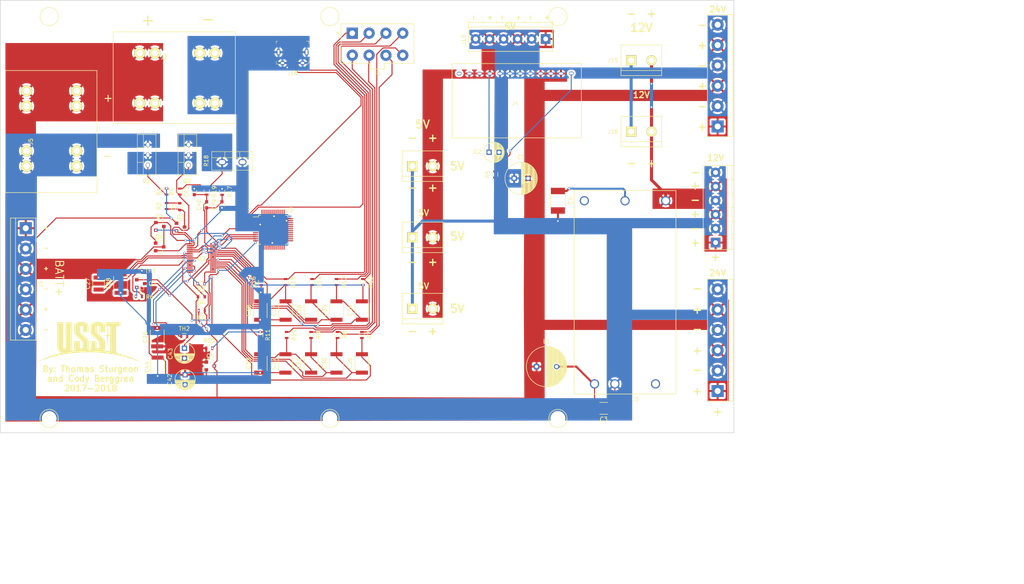
<source format=kicad_pcb>
(kicad_pcb (version 20221018) (generator pcbnew)
  (layers (0 "F.Cu" signal) (31 "B.Cu" signal) (34 "B.Paste" user) (35 "F.Paste" user) (36 "B.SilkS" user "B.Silkscreen") (37 "F.SilkS" user "F.Silkscreen") (38 "B.Mask" user) (39 "F.Mask" user) (44 "Edge.Cuts" user))
  (net 0 "")
  (net 1 "+12V")
  (net 2 "GND")
  (net 3 "Net-(C26-Pad2)")
  (net 4 "VCC")
  (net 5 "BATT_IC_GND")
  (net 6 "Net-(C28-Pad2)")
  (net 7 "Net-(C29-Pad1)")
  (net 8 "Net-(C29-Pad2)")
  (net 9 "Net-(C30-Pad1)")
  (net 10 "Net-(C31-Pad1)")
  (net 11 "Net-(C33-Pad1)")
  (net 12 "Net-(C34-Pad1)")
  (net 13 "Net-(C34-Pad2)")
  (net 14 "Net-(C35-Pad1)")
  (net 15 "BOOT_VC1")
  (net 16 "Net-(C38-Pad1)")
  (net 17 "SRP")
  (net 18 "SRN")
  (net 19 "REGSRC")
  (net 20 "Net-(D1-Pad1)")
  (net 21 "Net-(D1-Pad2)")
  (net 22 "CELL_1+")
  (net 23 "CELL_2+")
  (net 24 "CELL_3+")
  (net 25 "A")
  (net 26 "CELL_5+")
  (net 27 "CELL_6+")
  (net 28 "CELL_7+")
  (net 29 "BATT+")
  (net 30 "+5V")
  (net 31 "/HighPowerCircuit/CHG")
  (net 32 "BOOT_MC")
  (net 33 "BOOT_TS1")
  (net 34 "Net-(R6-Pad1)")
  (net 35 "/HighPowerCircuit/SENSE_R")
  (net 36 "Net-(TH2-Pad1)")
  (net 37 "/HighPowerCircuit/DSG")
  (net 38 "SDA")
  (net 39 "SCL")
  (net 40 "ALERT")
  (net 41 "/HighPowerCircuit/CHG_T")
  (net 42 "VC5x")
  (net 43 "BAT")
  (net 44 "USB_D+")
  (net 45 "USB_D-")
  (net 46 "Net-(J4-Pad1)")
  (net 47 "Net-(U3-Pad1)")
  (net 48 "Net-(U3-Pad2)")
  (net 49 "Net-(U3-Pad7)")
  (net 50 "Net-(U3-Pad8)")
  (net 51 "Net-(U3-Pad13)")
  (net 52 "Net-(U3-Pad14)")
  (net 53 "Net-(U3-Pad15)")
  (net 54 "Net-(U3-Pad16)")
  (net 55 "Net-(U3-Pad19)")
  (net 56 "Net-(U3-Pad20)")
  (net 57 "Net-(U3-Pad21)")
  (net 58 "Net-(U3-Pad22)")
  (net 59 "Net-(U3-Pad23)")
  (net 60 "Net-(U3-Pad24)")
  (net 61 "Net-(U3-Pad25)")
  (net 62 "Net-(U3-Pad26)")
  (net 63 "Net-(U3-Pad27)")
  (net 64 "Net-(U3-Pad28)")
  (net 65 "Net-(U3-Pad29)")
  (net 66 "Net-(U3-Pad30)")
  (net 67 "Net-(U3-Pad31)")
  (net 68 "Net-(U3-Pad32)")
  (net 69 "Net-(U3-Pad33)")
  (net 70 "Net-(U3-Pad34)")
  (net 71 "Net-(U3-Pad37)")
  (net 72 "Net-(U3-Pad38)")
  (net 73 "Net-(U3-Pad39)")
  (net 74 "Net-(U3-Pad40)")
  (net 75 "Net-(U3-Pad41)")
  (net 76 "Net-(U3-Pad43)")
  (net 77 "Net-(U3-Pad45)")
  (net 78 "Net-(U3-Pad46)")
  (net 79 "Net-(U3-Pad47)")
  (net 80 "Net-(U3-Pad48)")
  (net 81 "Net-(J4-Pad12)")
  (net 82 "Net-(J18-Pad4)")
  (net 83 "Net-(J18-Pad1)")
  (net 84 "Net-(C3-Pad2)")
  (net 85 "Net-(C4-Pad1)")
  (net 86 "Net-(J3-Pad3)")
  (net 87 "Net-(J3-Pad4)")
  (footprint "Capacitors_SMD:C_1812" (layer "F.Cu") (at 109.0168 128.792 90)
    (fp_text reference "C26")
    (fp_text value "1 uF")
  )
  (footprint "Capacitors_SMD:C_1210" (layer "F.Cu") (at 94.3864 115.4176 90)
    (fp_text reference "C27")
    (fp_text value "4.7 uF")
  )
  (footprint "Capacitors_SMD:C_1812" (layer "F.Cu") (at 99.8728 115.4176 90)
    (fp_text reference "C28")
    (fp_text value "1 uF")
  )
  (footprint "Capacitors_SMD:C_1812" (layer "F.Cu") (at 160.122397 135.354949 90)
    (fp_text reference "C29")
    (fp_text value "1 uF")
  )
  (footprint "Capacitors_SMD:C_1812" (layer "F.Cu") (at 153.772397 135.354949 90)
    (fp_text reference "C30")
    (fp_text value "1 uF")
  )
  (footprint "Capacitors_SMD:C_1812" (layer "F.Cu") (at 147.422397 135.354949 90)
    (fp_text reference "C31")
    (fp_text value "1 uF")
  )
  (footprint "Capacitors_SMD:C_1812" (layer "F.Cu") (at 141.021597 135.354949 90)
    (fp_text reference "C32")
    (fp_text value "1 uF")
  )
  (footprint "Capacitors_SMD:C_1812" (layer "F.Cu") (at 134.722397 135.354949 -90)
    (fp_text reference "C33")
    (fp_text value "1 uF")
  )
  (footprint "Capacitors_SMD:C_1812" (layer "F.Cu") (at 160.122397 122.146949 90)
    (fp_text reference "C34")
    (fp_text value "1 uF")
  )
  (footprint "Capacitors_SMD:C_1812" (layer "F.Cu") (at 153.772397 122.146949 90)
    (fp_text reference "C35")
    (fp_text value "1 uF")
  )
  (footprint "Capacitors_SMD:C_1812" (layer "F.Cu") (at 147.422397 122.146949 90)
    (fp_text reference "C36")
    (fp_text value "1 uF")
  )
  (footprint "Capacitors_SMD:C_1812" (layer "F.Cu") (at 141.072397 122.146949 90)
    (fp_text reference "C37")
    (fp_text value "1 uF")
  )
  (footprint "Capacitors_SMD:C_1812" (layer "F.Cu") (at 134.722397 122.146949 -90)
    (fp_text reference "C38")
    (fp_text value "1 uF")
  )
  (footprint "Capacitors_SMD:C_0603" (layer "F.Cu") (at 125.1712 95.758 90)
    (fp_text reference "C39")
    (fp_text value "0.1uF")
  )
  (footprint "Capacitors_SMD:C_0603" (layer "F.Cu") (at 121.3612 95.758 90)
    (fp_text reference "C40")
    (fp_text value "0.1uF")
  )
  (footprint "Capacitors_SMD:C_0603" (layer "F.Cu") (at 118.2624 92.468 90)
    (fp_text reference "C41")
    (fp_text value "0.1uF")
  )
  (footprint "Capacitors_ThroughHole:C_Radial_D5_L11_P2.5" (layer "F.Cu") (at 115.9764 138.176 -90)
    (fp_text reference "C42")
    (fp_text value "10 uF")
  )
  (footprint "Capacitors_ThroughHole:C_Radial_D5_L11_P2.5" (layer "F.Cu") (at 115.824 131.572 -90)
    (fp_text reference "C43")
    (fp_text value "10 uF")
  )
  (footprint "Capacitors_SMD:C_1812" (layer "F.Cu") (at 109.1184 136.1948 -90)
    (fp_text reference "C44")
    (fp_text value "1 uF")
  )
  (footprint "Connectors_Molex:Molex_MiniFit-JR-5556-08A_2x04x4.20mm_Straight" (layer "F.Cu") (at 157.716 52.92)
    (fp_text reference "J1")
    (fp_text value "Cell Voltage Sense")
  )
  (footprint "USST-footprints:Phoenix_Contact_1770539" (layer "F.Cu") (at 123.434 70.358 180)
    (fp_text reference "J2")
    (fp_text value "BATT_PWR")
  )
  (footprint "USST-footprints:Phoenix_Contact_1770539" (layer "F.Cu") (at 88.9 67.31 -90)
    (fp_text reference "J5")
    (fp_text value "BACK_EXT_24V")
  )
  (footprint "USST-footprints:TerminalBlock_Pheonix_PT-5mm_6pol" (layer "F.Cu") (at 248.92 76.2 90)
    (fp_text reference "J7" hide)
    (fp_text value "MC_STACK_1")
  )
  (footprint "USST-footprints:TerminalBlock_Pheonix_PT-5mm_6pol" (layer "F.Cu") (at 248.92 142.24 90)
    (fp_text reference "J8" hide)
    (fp_text value "MC_STACK_2")
  )
  (footprint "USST-footprints:TerminalBlock_Pheonix_PT-5mm_6pol" (layer "F.Cu") (at 76.2 101.6 -90)
    (fp_text reference "J9")
    (fp_text value "24V_INT_PWR_BLK")
  )
  (footprint "Terminal_Blocks:TerminalBlock_Pheonix_PT-3.5mm_6pol" (layer "F.Cu") (at 205.994 54.356 180)
    (fp_text reference "J10")
    (fp_text value "5V_INT_PWR_BLK")
  )
  (footprint "digikey-footprints:USB_Micro_B_Female_10118194-0001LF" (layer "F.Cu") (at 142.804 60.358 180)
    (fp_text reference "J18")
    (fp_text value "USB_OTG")
  )
  (footprint "TO_SOT_Packages_SMD:SOT-23" (layer "F.Cu") (at 114.8428 101.3104)
    (fp_text reference "Q3")
    (fp_text value "BSS84")
  )
  (footprint "TO_SOT_Packages_SMD:SOT-23" (layer "F.Cu") (at 109.6772 101.1428)
    (fp_text reference "Q4")
    (fp_text value "BSS138")
  )
  (footprint "TO_SOT_Packages_SMD:SOT-23" (layer "F.Cu") (at 122.2756 135.9916)
    (fp_text reference "Q5")
    (fp_text value "BSS138")
  )
  (footprint "Resistors_SMD:R_0603" (layer "F.Cu") (at 111.3536 92.456 90)
    (fp_text reference "R1")
    (fp_text value "1M")
  )
  (footprint "Resistors_SMD:R_0603" (layer "F.Cu") (at 111.3536 96.0628 90)
    (fp_text reference "R2")
    (fp_text value "1M")
  )
  (footprint "Resistors_SMD:R_0603" (layer "F.Cu") (at 104.4448 118.618 180)
    (fp_text reference "R6")
    (fp_text value "10k")
  )
  (footprint "Resistors_SMD:R_0603" (layer "F.Cu") (at 160.122397 128.242949 -90)
    (fp_text reference "R7")
    (fp_text value "1k")
  )
  (footprint "Resistors_SMD:R_0603" (layer "F.Cu") (at 154.026397 128.242949 -90)
    (fp_text reference "R8")
    (fp_text value "1k")
  )
  (footprint "Resistors_SMD:R_0603" (layer "F.Cu") (at 147.422397 128.242949 -90)
    (fp_text reference "R9")
    (fp_text value "1k")
  )
  (footprint "Resistors_SMD:R_0603" (layer "F.Cu") (at 141.326397 128.242949 -90)
    (fp_text reference "R10")
    (fp_text value "1k")
  )
  (footprint "Resistors_SMD:R_0603" (layer "F.Cu") (at 134.722397 128.242949 -90)
    (fp_text reference "R11")
    (fp_text value "1k")
  )
  (footprint "Resistors_SMD:R_0603" (layer "F.Cu") (at 160.376397 115.034949 -90)
    (fp_text reference "R12")
    (fp_text value "1k")
  )
  (footprint "Resistors_SMD:R_0603" (layer "F.Cu") (at 153.772397 115.034949 -90)
    (fp_text reference "R13")
    (fp_text value "1k")
  )
  (footprint "Resistors_SMD:R_0603" (layer "F.Cu") (at 147.676397 115.034949 -90)
    (fp_text reference "R14")
    (fp_text value "1k")
  )
  (footprint "Resistors_SMD:R_0603" (layer "F.Cu") (at 141.072397 115.034949 -90)
    (fp_text reference "R15")
    (fp_text value "1k")
  )
  (footprint "Resistors_SMD:R_0603" (layer "F.Cu") (at 134.976397 115.034949 90)
    (fp_text reference "R16")
    (fp_text value "1k")
  )
  (footprint "Resistors_SMD:R_0603" (layer "F.Cu") (at 125.222 92.5068 -90)
    (fp_text reference "R17")
    (fp_text value "100")
  )
  (footprint "Resistors_SMD:R_0603" (layer "F.Cu") (at 121.3612 92.468 -90)
    (fp_text reference "R19")
    (fp_text value "100")
  )
  (footprint "Resistors_SMD:R_0603" (layer "F.Cu") (at 122.0096 131.572)
    (fp_text reference "R20")
    (fp_text value "100")
  )
  (footprint "Resistors_SMD:R_0603" (layer "F.Cu") (at 120.142 122.174)
    (fp_text reference "R21")
    (fp_text value "100")
  )
  (footprint "Resistors_SMD:R_0603" (layer "F.Cu") (at 104.4448 112.2172)
    (fp_text reference "TH1")
    (fp_text value "10k")
  )
  (footprint "Resistors_SMD:R_0603" (layer "F.Cu") (at 115.7732 128.5748)
    (fp_text reference "TH2")
    (fp_text value "10k")
  )
  (footprint "USST-footprints:30-TSSOP" (layer "F.Cu") (at 122.2248 119.4628)
    (fp_text reference "U2")
    (fp_text value "bq76930")
  )
  (footprint "USST-footprints:TQFP-48_7x7mm_Pitch0.5mm" (layer "F.Cu") (at 137.942 101.9744)
    (fp_text reference "U3")
    (fp_text value "SAMD21")
  )
  (footprint "USST-footprints:SIP12_R-7xxx" (layer "F.Cu") (at 198.384 57.452 180)
    (fp_text reference "J4")
    (fp_text value "5V POWER SUPPLY")
  )
  (footprint "TO_SOT_Packages_SMD:SOT-23" (layer "F.Cu") (at 109.6264 106.2736)
    (fp_text reference "Q6")
    (fp_text value "BSS138")
  )
  (footprint "TO_SOT_Packages_SMD:SOT-23" (layer "F.Cu") (at 104.902 115.4176)
    (fp_text reference "Q7")
    (fp_text value "BSS138")
  )
  (footprint "Capacitors_ThroughHole:C_Radial_D5_L11_P2.5" (layer "F.Cu") (at 191.8608 82.6516)
    (fp_text reference "C2")
    (fp_text value "10uF")
  )
  (footprint "Resistors_SMD:R_0603" (layer "F.Cu") (at 114.6556 92.456 90)
    (fp_text reference "R4")
    (fp_text value "1M")
  )
  (footprint "Resistors_SMD:R_0603" (layer "F.Cu") (at 193.3568 88.1888 -90)
    (fp_text reference "R5")
    (fp_text value "2k")
  )
  (footprint "USST-footprints:TO-220AB" (layer "F.Cu") (at 106.68 83.312 90)
    (fp_text reference "Q1")
    (fp_text value "IRF3205")
  )
  (footprint "USST-footprints:TO-220AB" (layer "F.Cu") (at 116.84 83.312 90)
    (fp_text reference "Q2")
    (fp_text value "IRF3205")
  )
  (footprint "USST-footprints:TO-220AB-2-Resistor" (layer "F.Cu") (at 127.762 85.09)
    (fp_text reference "R18")
    (fp_text value "5m")
  )
  (footprint "Diodes_SMD:D_0603" (layer "F.Cu") (at 114.6556 96.2152 -90)
    (fp_text reference "D1")
    (fp_text value "D_Small_ALT")
  )
  (footprint "Diodes_SMD:D_0603" (layer "F.Cu") (at 119.9896 115.4684)
    (fp_text reference "D3")
    (fp_text value "D_Small")
  )
  (footprint "Diodes_SMD:D_0603" (layer "F.Cu") (at 120.0404 118.7196)
    (fp_text reference "D4")
    (fp_text value "D_Small")
  )
  (footprint "USST-footprints:USSTLOGO" (layer "F.Cu") (at 91.9 130.002)
    (fp_text reference "G***" hide)
    (fp_text value "LOGO" hide)
  )
  (footprint "USST-footprints:Molex_39531_1002" (layer "F.Cu") (at 175.26 103.886)
    (fp_text reference "J6" hide)
    (fp_text value "5V-Extra")
  )
  (footprint "USST-footprints:Molex_39531_1002" (layer "F.Cu") (at 175.26 121.666)
    (fp_text reference "J11" hide)
    (fp_text value "5V-Extra")
  )
  (footprint "USST-footprints:Molex_39531_1002" (layer "F.Cu") (at 175.26 86.106)
    (fp_text reference "J12" hide)
    (fp_text value "5V-Extra")
  )
  (footprint "Terminal_Blocks:TerminalBlock_Pheonix_PT-3.5mm_6pol" (layer "F.Cu") (at 248.412 105.186 90)
    (fp_text reference "J14" hide)
    (fp_text value "12V_INT_PWR_BLK")
  )
  (footprint "USST-footprints:Molex_39531_1002" (layer "F.Cu") (at 229.87 59.69)
    (fp_text reference "J15")
    (fp_text value "12V-Extra")
  )
  (footprint "USST-footprints:Molex_39531_1002" (layer "F.Cu") (at 229.87 77.47)
    (fp_text reference "J16")
    (fp_text value "12V-Extra")
  )
  (footprint "Resistors_SMD:R_1210" (layer "F.Cu") (at 220.472 146.558 180)
    (fp_text reference "C3")
    (fp_text value "6.8uF")
  )
  (footprint "Resistors_SMD:R_1812" (layer "F.Cu") (at 209.042 94.742 -90)
    (fp_text reference "C4")
    (fp_text value "6.8 nF")
  )
  (footprint "Capacitors_ThroughHole:C_Radial_D8_L11.5_P3.5" (layer "F.Cu") (at 198.12 89.154)
    (fp_text reference "C1")
    (fp_text value "100uF")
  )
  (footprint "USST-footprints:Recom-12V60W-RPA60-FW" (layer "F.Cu") (at 225.806 117.602 90)
    (fp_text reference "J3")
    (fp_text value "12V 60W PWR Supp")
  )
  (footprint "Capacitors_ThroughHole:C_Radial_D10_L13_P5" (layer "F.Cu") (at 203.708 136.144)
    (fp_text reference "L1")
    (fp_text value "4.8 uH")
  )
  (footprint "Connect:1pin" (layer "F.Cu") (at 152.146 149.098)
    (fp_text reference "REF**" hide)
    (fp_text value "1pin")
  )
  (footprint "Connect:1pin" (layer "F.Cu") (at 152.146 48.768)
    (fp_text reference "REF**" hide)
    (fp_text value "1pin")
  )
  (footprint "Connect:1pin" (layer "F.Cu") (at 209.042 149.098)
    (fp_text reference "REF**" hide)
    (fp_text value "1pin")
  )
  (footprint "Connect:1pin" (layer "F.Cu") (at 209.042 48.768)
    (fp_text reference "REF**" hide)
    (fp_text value "1pin")
  )
  (footprint "Connect:1pin" (layer "F.Cu") (at 82.042 48.768)
    (fp_text reference "REF**" hide)
    (fp_text value "1pin")
  )
  (footprint "Connect:1pin" (layer "F.Cu") (at 82.042 149.098)
    (fp_text reference "REF**" hide)
    (fp_text value "1pin")
  )
  (gr_line (start 71.12 44.704) (end 252.984 44.704) (stroke (width 0.15)) (layer "Edge.Cuts"))
  (gr_line (start 69.85 44.704) (end 71.12 44.704) (stroke (width 0.15)) (layer "Edge.Cuts"))
  (gr_line (start 252.984 152.654) (end 252.984 44.704) (stroke (width 0.15)) (layer "Edge.Cuts"))
  (gr_line (start 69.85 152.654) (end 69.85 44.704) (stroke (width 0.15)) (layer "Edge.Cuts"))
  (gr_line (start 252.984 152.654) (end 69.85 152.654) (stroke (width 0.15)) (layer "Edge.Cuts"))
  (gr_text "-" (at 227.33 48.006) (layer "F.SilkS") (effects (font (size 2 2) (thickness 0.35))))
  (gr_text "5V" (at 175.514 116.078) (layer "F.SilkS") (effects (font (size 1.5 1.5) (thickness 0.3))))
  (gr_text "+" (at 177.8 91.44) (layer "F.SilkS") (effects (font (size 2 2) (thickness 0.35))))
  (gr_text "-" (at 172.72 91.44) (layer "F.SilkS") (effects (font (size 2 2) (thickness 0.35))))
  (gr_text "+" (at 245.11 55.88) (layer "F.SilkS") (effects (font (size 2 2) (thickness 0.35))))
  (gr_text "-" (at 245.11 50.8) (layer "F.SilkS") (effects (font (size 2 2) (thickness 0.35))))
  (gr_text "24V\n" (at 248.92 46.99) (layer "F.SilkS") (effects (font (size 1.5 1.5) (thickness 0.3))))
  (gr_text "+" (at 245.11 66.04) (layer "F.SilkS") (effects (font (size 2 2) (thickness 0.35))))
  (gr_text "-" (at 245.11 60.96) (layer "F.SilkS") (effects (font (size 2 2) (thickness 0.35))))
  (gr_text "+" (at 245.11 76.2) (layer "F.SilkS") (effects (font (size 2 2) (thickness 0.35))))
  (gr_text "-" (at 245.11 71.12) (layer "F.SilkS") (effects (font (size 2 2) (thickness 0.35))))
  (gr_text "+" (at 243.84 121.92) (layer "F.SilkS") (effects (font (size 2 2) (thickness 0.35))))
  (gr_text "-" (at 243.84 116.586) (layer "F.SilkS") (effects (font (size 2 2) (thickness 0.35))))
  (gr_text "+" (at 81.28 121.92 180) (layer "F.SilkS") (effects (font (size 1 1) (thickness 0.25))))
  (gr_text "-" (at 81.28 127 180) (layer "F.SilkS") (effects (font (size 1 1) (thickness 0.25))))
  (gr_text "+" (at 81.28 111.76 180) (layer "F.SilkS") (effects (font (size 1 1) (thickness 0.25))))
  (gr_text "-" (at 81.28 116.84 180) (layer "F.SilkS") (effects (font (size 1 1) (thickness 0.25))))
  (gr_text "+" (at 81.28 101.6 180) (layer "F.SilkS") (effects (font (size 1 1) (thickness 0.25))))
  (gr_text "-" (at 81.28 106.68 180) (layer "F.SilkS") (effects (font (size 1 1) (thickness 0.25))))
  (gr_text "+" (at 96.774 69.342 180) (layer "F.SilkS") (effects (font (size 2 2) (thickness 0.25))))
  (gr_text "-" (at 96.52 83.82 180) (layer "F.SilkS") (effects (font (size 2 2) (thickness 0.25))))
  (gr_text "+" (at 106.68 50.038 180) (layer "F.SilkS") (effects (font (size 3 3) (thickness 0.35))))
  (gr_text "-" (at 121.666 49.784 180) (layer "F.SilkS") (effects (font (size 3 3) (thickness 0.35))))
  (gr_text "+" (at 243.332 98.044) (layer "F.SilkS") (effects (font (size 2 2) (thickness 0.35))))
  (gr_text "-" (at 243.332 101.6) (layer "F.SilkS") (effects (font (size 2 2) (thickness 0.35))))
  (gr_text "12V\n" (at 248.412 84.074) (layer "F.SilkS") (effects (font (size 1.5 1.5) (thickness 0.3))))
  (gr_text "24V\n" (at 248.92 112.776) (layer "F.SilkS") (effects (font (size 1.5 1.5) (thickness 0.3))))
  (gr_text "5V" (at 197.104 51.308) (layer "F.SilkS") (effects (font (size 1.5 1.5) (thickness 0.3))))
  (gr_text "-" (at 187.96 49.022 90) (layer "F.SilkS") (effects (font (size 1 1) (thickness 0.25))))
  (gr_text "-" (at 195.072 49.022 90) (layer "F.SilkS") (effects (font (size 1 1) (thickness 0.25))))
  (gr_text "+" (at 192.024 49.022 90) (layer "F.SilkS") (effects (font (size 1 1) (thickness 0.25))))
  (gr_text "+" (at 199.136 49.022 90) (layer "F.SilkS") (effects (font (size 1 1) (thickness 0.25))))
  (gr_text "-" (at 202.184 49.022 90) (layer "F.SilkS") (effects (font (size 1 1) (thickness 0.25))))
  (gr_text "+" (at 206.248 49.022 90) (layer "F.SilkS") (effects (font (size 1 1) (thickness 0.25))))
  (gr_text "12V\n" (at 229.87 68.326) (layer "F.SilkS") (effects (font (size 1.5 1.5) (thickness 0.3))))
  (gr_text "5V" (at 175.514 97.79) (layer "F.SilkS") (effects (font (size 1.5 1.5) (thickness 0.3))))
  (gr_text "12V\n" (at 229.87 51.562) (layer "F.SilkS") (effects (font (size 2 2) (thickness 0.35))))
  (gr_text "5V" (at 183.896 86.106) (layer "F.SilkS") (effects (font (size 2 2) (thickness 0.35))))
  (gr_text "+" (at 243.332 90.932) (layer "F.SilkS") (effects (font (size 2 2) (thickness 0.35))))
  (gr_text "-" (at 243.332 94.488) (layer "F.SilkS") (effects (font (size 2 2) (thickness 0.35))))
  (gr_text "-" (at 243.332 87.63) (layer "F.SilkS") (effects (font (size 2 2) (thickness 0.35))))
  (gr_text "+" (at 243.332 105.156) (layer "F.SilkS") (effects (font (size 2 2) (thickness 0.35))))
  (gr_text "+" (at 248.412 108.712) (layer "F.SilkS") (effects (font (size 2 2) (thickness 0.35))))
  (gr_text "-" (at 243.84 126.746) (layer "F.SilkS") (effects (font (size 2 2) (thickness 0.35))))
  (gr_text "+" (at 243.84 132.08) (layer "F.SilkS") (effects (font (size 2 2) (thickness 0.35))))
  (gr_text "-" (at 243.84 136.906) (layer "F.SilkS") (effects (font (size 2 2) (thickness 0.35))))
  (gr_text "+" (at 243.84 142.24) (layer "F.SilkS") (effects (font (size 2 2) (thickness 0.35))))
  (gr_text "+" (at 248.92 147.32) (layer "F.SilkS") (effects (font (size 2 2) (thickness 0.35))))
  (gr_text "-" (at 172.72 109.982) (layer "F.SilkS") (effects (font (size 2 2) (thickness 0.35))))
  (gr_text "+" (at 177.8 109.982) (layer "F.SilkS") (effects (font (size 2 2) (thickness 0.35))))
  (gr_text "-" (at 172.72 127.254) (layer "F.SilkS") (effects (font (size 2 2) (thickness 0.35))))
  (gr_text "+" (at 177.8 127.254) (layer "F.SilkS") (effects (font (size 2 2) (thickness 0.35))))
  (gr_text "+" (at 177.8 78.994) (layer "F.SilkS") (effects (font (size 2 2) (thickness 0.35))))
  (gr_text "-" (at 172.72 78.994) (layer "F.SilkS") (effects (font (size 2 2) (thickness 0.35))))
  (gr_text "5V" (at 183.896 121.666) (layer "F.SilkS") (effects (font (size 2 2) (thickness 0.35))))
  (gr_text "5V" (at 183.896 103.632) (layer "F.SilkS") (effects (font (size 2 2) (thickness 0.35))))
  (gr_text "5V" (at 175.26 75.692) (layer "F.SilkS") (effects (font (size 2 2) (thickness 0.35))))
  (gr_text "+" (at 232.41 85.344) (layer "F.SilkS") (effects (font (size 2 2) (thickness 0.35))))
  (gr_text "-" (at 227.33 85.344) (layer "F.SilkS") (effects (font (size 2 2) (thickness 0.35))))
  (gr_text "+" (at 232.41 48.006) (layer "F.SilkS") (effects (font (size 2 2) (thickness 0.35))))
  (gr_text "By: Thomas Sturgeon\nand Cody Berggren\n2017-2018" (at 92.408 139.146) (layer "F.SilkS") (effects (font (size 1.5 1.5) (thickness 0.3))))
  (gr_text "BATT+" (at 84.582 114.046 270) (layer "F.SilkS") (effects (font (size 2 2) (thickness 0.25))))
  (segment (start 235.966 94.742) (end 235.966 93.115655) (width 0.75) (layer "F.Cu") (net 1))
  (segment (start 235.966 93.115655) (end 232.41 89.559655) (width 0.75) (layer "F.Cu") (net 1))
  (segment (start 232.41 71.374) (end 232.41 77.47) (width 0.75) (layer "F.Cu") (net 1))
  (segment (start 232.41 89.559655) (end 232.41 78.17001) (width 0.75) (layer "F.Cu") (net 1))
  (segment (start 232.41 59.69) (end 232.41 65.532) (width 0.75) (layer "F.Cu") (net 1))
  (via (at 232.41 71.374) (size 0.6) (drill 0.4) (layers "F.Cu" "B.Cu") (net 1))
  (via (at 232.41 65.532) (size 0.6) (drill 0.4) (layers "F.Cu" "B.Cu") (net 1))
  (segment (start 232.41 65.532) (end 232.41 71.374) (width 0.75) (layer "B.Cu") (net 1))
  (segment (start 83.82 99.06) (end 112.522 99.06) (width 0.25) (layer "F.Cu") (net 2))
  (segment (start 223.266 145.914) (end 223.266 142.342345) (width 0.25) (layer "F.Cu") (net 2))
  (segment (start 112.522 99.06) (end 112.522 99.0896) (width 0.25) (layer "F.Cu") (net 2))
  (segment (start 222.622 146.558) (end 223.266 145.914) (width 0.25) (layer "F.Cu") (net 2))
  (segment (start 223.266 142.342345) (end 223.266 140.716) (width 0.25) (layer "F.Cu") (net 2))
  (segment (start 209.042 97.1804) (end 209.042 99.822) (width 0.5) (layer "F.Cu") (net 2))
  (segment (start 113.654679 100.3604) (end 113.8428 100.3604) (width 0.25) (layer "F.Cu") (net 2))
  (segment (start 112.522 99.0896) (end 113.7928 100.3604) (width 0.25) (layer "F.Cu") (net 2))
  (segment (start 113.7928 100.3604) (end 113.8428 100.3604) (width 0.25) (layer "F.Cu") (net 2))
  (segment (start 221.922 146.558) (end 222.622 146.558) (width 0.25) (layer "F.Cu") (net 2))
  (segment (start 76.2 106.68) (end 83.82 99.06) (width 0.25) (layer "F.Cu") (net 2))
  (via (at 209.042 99.822) (size 0.6) (drill 0.4) (layers "F.Cu" "B.Cu") (net 2))
  (via (at 111.3536 91.706) (size 0.6) (drill 0.4) (layers "F.Cu" "B.Cu") (net 2))
  (via (at 112.522 99.06) (size 0.6) (drill 0.4) (layers "F.Cu" "B.Cu") (net 2))
  (segment (start 111.3536 97.8916) (end 112.522 99.06) (width 0.25) (layer "B.Cu") (net 2))
  (segment (start 227.33 61.21) (end 227.33 77.47) (width 0.75) (layer "B.Cu") (net 2))
  (segment (start 175.264 99.822) (end 195.072 99.822) (width 0.75) (layer "B.Cu") (net 2))
  (segment (start 172.72 102.366) (end 175.264 99.822) (width 0.75) (layer "B.Cu") (net 2))
  (segment (start 227.33 59.69) (end 227.33 61.21) (width 0.75) (layer "B.Cu") (net 2))
  (segment (start 172.72 103.886) (end 172.72 102.366) (width 0.25) (layer "B.Cu") (net 2))
  (segment (start 172.72 103.886) (end 172.72 121.666) (width 0.75) (layer "B.Cu") (net 2))
  (segment (start 111.3536 91.706) (end 111.3536 97.8916) (width 0.25) (layer "B.Cu") (net 2))
  (segment (start 172.72 103.886) (end 172.72 86.106) (width 0.75) (layer "B.Cu") (net 2))
  (segment (start 117.1448 111.0328) (end 118.1448 111.0328) (width 0.25) (layer "F.Cu") (net 3))
  (segment (start 118.212597 112.0328) (end 118.344949 112.165152) (width 0.25) (layer "F.Cu") (net 3))
  (segment (start 118.1448 111.0328) (end 118.344949 111.232949) (width 0.25) (layer "F.Cu") (net 3))
  (segment (start 117.1448 111.0328) (end 117.1448 110.5328) (width 0.25) (layer "F.Cu") (net 3))
  (segment (start 117.1448 112.0328) (end 118.212597 112.0328) (width 0.25) (layer "F.Cu") (net 3))
  (segment (start 118.344949 111.232949) (end 118.344949 112.165152) (width 0.25) (layer "F.Cu") (net 3))
  (via (at 109.0168 126.492) (size 0.6) (drill 0.4) (layers "F.Cu" "B.Cu") (net 3))
  (via (at 118.344949 112.165152) (size 0.6) (drill 0.4) (layers "F.Cu" "B.Cu") (net 3))
  (segment (start 108.712 125.4372) (end 108.712 119.888) (width 0.25) (layer "B.Cu") (net 3))
  (segment (start 109.0168 125.742) (end 108.712 125.4372) (width 0.25) (layer "B.Cu") (net 3))
  (segment (start 109.0168 126.492) (end 109.0168 125.742) (width 0.25) (layer "B.Cu") (net 3))
  (segment (start 108.712 119.888) (end 116.434848 112.165152) (width 0.25) (layer "B.Cu") (net 3))
  (segment (start 116.434848 112.165152) (end 118.344949 112.165152) (width 0.25) (layer "B.Cu") (net 3))
  (segment (start 118.931583 109.0328) (end 120.469377 107.495006) (width 0.25) (layer "F.Cu") (net 4))
  (segment (start 105.313798 110.374022) (end 106.680019 109.007801) (width 0.25) (layer "F.Cu") (net 4))
  (segment (start 102.828463 112.746939) (end 102.828463 111.798535) (width 0.25) (layer "F.Cu") (net 4))
  (segment (start 102.828463 111.798535) (end 104.252976 110.374022) (width 0.25) (layer "F.Cu") (net 4))
  (segment (start 115.286879 109.007801) (end 115.4199 108.87478) (width 0.25) (layer "F.Cu") (net 4))
  (segment (start 142.167 99.0994) (end 142.292 99.2244) (width 0.25) (layer "F.Cu") (net 4))
  (segment (start 134.588413 102.860811) (end 137.142001 105.414399) (width 0.25) (layer "F.Cu") (net 4))
  (segment (start 116.1448 109.0328) (end 117.1448 109.0328) (width 0.25) (layer "F.Cu") (net 4))
  (segment (start 104.252976 110.374022) (end 105.313798 110.374022) (width 0.25) (layer "F.Cu") (net 4))
  (segment (start 127.061346 101.7244) (end 125.268988 103.516758) (width 0.25) (layer "F.Cu") (net 4))
  (segment (start 137.142001 106.274401) (end 137.192 106.3244) (width 0.25) (layer "F.Cu") (net 4))
  (segment (start 115.4199 108.87478) (end 115.98678 108.87478) (width 0.25) (layer "F.Cu") (net 4))
  (segment (start 137.782689 99.120813) (end 137.891999 99.230123) (width 0.25) (layer "F.Cu") (net 4))
  (segment (start 95.8864 116.9176) (end 98.625717 114.178283) (width 0.25) (layer "F.Cu") (net 4))
  (segment (start 98.625717 114.178283) (end 101.397119 114.178283) (width 0.25) (layer "F.Cu") (net 4))
  (segment (start 133.592 101.7244) (end 134.588413 101.7244) (width 0.25) (layer "F.Cu") (net 4))
  (segment (start 137.192 99.120813) (end 137.782689 99.120813) (width 0.25) (layer "F.Cu") (net 4))
  (segment (start 133.592 101.7244) (end 127.061346 101.7244) (width 0.25) (layer "F.Cu") (net 4))
  (segment (start 117.1448 109.0328) (end 118.931583 109.0328) (width 0.25) (layer "F.Cu") (net 4))
  (segment (start 94.3864 116.9176) (end 95.8864 116.9176) (width 0.25) (layer "F.Cu") (net 4))
  (segment (start 141.011278 99.0994) (end 142.167 99.0994) (width 0.25) (layer "F.Cu") (net 4))
  (segment (start 101.397119 114.178283) (end 102.828463 112.746939) (width 0.25) (layer "F.Cu") (net 4))
  (segment (start 140.880555 99.230123) (end 141.011278 99.0994) (width 0.25) (layer "F.Cu") (net 4))
  (segment (start 134.588413 101.7244) (end 137.192 99.120813) (width 0.25) (layer "F.Cu") (net 4))
  (segment (start 134.588413 101.7244) (end 134.588413 102.860811) (width 0.25) (layer "F.Cu") (net 4))
  (segment (start 137.891999 99.230123) (end 140.880555 99.230123) (width 0.25) (layer "F.Cu") (net 4))
  (segment (start 137.192 99.120813) (end 137.192 97.6244) (width 0.25) (layer "F.Cu") (net 4))
  (segment (start 137.142001 105.414399) (end 137.142001 106.274401) (width 0.25) (layer "F.Cu") (net 4))
  (segment (start 115.98678 108.87478) (end 116.1448 109.0328) (width 0.25) (layer "F.Cu") (net 4))
  (segment (start 106.680019 109.007801) (end 115.286879 109.007801) (width 0.25) (layer "F.Cu") (net 4))
  (via (at 125.268988 103.516758) (size 0.6) (drill 0.4) (layers "F.Cu" "B.Cu") (net 4))
  (via (at 120.469377 107.495006) (size 0.6) (drill 0.4) (layers "F.Cu" "B.Cu") (net 4))
  (segment (start 120.169378 107.195007) (end 120.169378 106.588007) (width 0.25) (layer "B.Cu") (net 4))
  (segment (start 123.240627 103.516758) (end 125.268988 103.516758) (width 0.25) (layer "B.Cu") (net 4))
  (segment (start 120.469377 107.495006) (end 120.169378 107.195007) (width 0.25) (layer "B.Cu") (net 4))
  (segment (start 120.169378 106.588007) (end 123.240627 103.516758) (width 0.25) (layer "B.Cu") (net 4))
  (segment (start 133.592 101.2244) (end 134.452003 101.2244) (width 0.25) (layer "F.Cu") (net 5))
  (segment (start 117.1448 106.4928) (end 118.530405 106.4928) (width 0.25) (layer "F.Cu") (net 5))
  (segment (start 138.192 97.6244) (end 138.192 98.605122) (width 0.25) (layer "F.Cu") (net 5))
  (segment (start 137.692 106.3244) (end 137.692 105.346365) (width 0.25) (layer "F.Cu") (net 5))
  (segment (start 141.31128 99.7244) (end 141.311279 99.724401) (width 0.25) (layer "F.Cu") (net 5))
  (segment (start 137.692 105.346365) (end 137.753443 105.284922) (width 0.25) (layer "F.Cu") (net 5))
  (segment (start 141.059346 124.46) (end 141.072397 124.446949) (width 0.25) (layer "F.Cu") (net 5))
  (segment (start 134.722397 124.46) (end 141.059346 124.46) (width 0.25) (layer "F.Cu") (net 5))
  (segment (start 134.452003 101.2244) (end 134.742002 100.934401) (width 0.25) (layer "F.Cu") (net 5))
  (segment (start 134.742002 100.934401) (end 134.742002 100.686912) (width 0.25) (layer "F.Cu") (net 5))
  (segment (start 141.504 60.358) (end 141.504 61.442) (width 0.25) (layer "F.Cu") (net 5))
  (segment (start 134.976397 117.499603) (end 134.874 117.602) (width 0.25) (layer "F.Cu") (net 5))
  (segment (start 119.134089 105.889116) (end 119.134089 103.115911) (width 0.25) (layer "F.Cu") (net 5))
  (segment (start 118.530405 106.4928) (end 119.134089 105.889116) (width 0.25) (layer "F.Cu") (net 5))
  (segment (start 119.134089 103.115911) (end 120.142 102.108) (width 0.25) (layer "F.Cu") (net 5))
  (segment (start 142.292 99.7244) (end 141.31128 99.7244) (width 0.25) (layer "F.Cu") (net 5))
  (segment (start 134.976397 115.784949) (end 134.976397 117.499603) (width 0.25) (layer "F.Cu") (net 5))
  (via (at 118.2624 91.718) (size 0.6) (drill 0.4) (layers "F.Cu" "B.Cu") (net 5))
  (via (at 134.722397 124.46) (size 0.6) (drill 0.4) (layers "F.Cu" "B.Cu") (net 5))
  (via (at 105.1948 112.2172) (size 0.6) (drill 0.4) (layers "F.Cu" "B.Cu") (net 5))
  (via (at 125.1712 96.508) (size 0.6) (drill 0.4) (layers "F.Cu" "B.Cu") (net 5))
  (via (at 141.478 61.468) (size 0.6) (drill 0.4) (layers "F.Cu" "B.Cu") (net 5))
  (via (at 99.8728 117.7176) (size 0.6) (drill 0.4) (layers "F.Cu" "B.Cu") (net 5))
  (via (at 125.1712 96.508) (size 0.6) (drill 0.4) (layers "F.Cu" "B.Cu") (net 5))
  (via (at 141.311279 99.724401) (size 0.6) (drill 0.4) (layers "F.Cu" "B.Cu") (net 5))
  (via (at 134.742002 100.686912) (size 0.6) (drill 0.4) (layers "F.Cu" "B.Cu") (net 5))
  (via (at 125.222 91.7568) (size 0.6) (drill 0.4) (layers "F.Cu" "B.Cu") (net 5))
  (via (at 94.3864 113.9176) (size 0.6) (drill 0.4) (layers "F.Cu" "B.Cu") (net 5))
  (via (at 109.1184 138.4948) (size 0.6) (drill 0.4) (layers "F.Cu" "B.Cu") (net 5))
  (via (at 137.753443 105.284922) (size 0.6) (drill 0.4) (layers "F.Cu" "B.Cu") (net 5))
  (via (at 120.142 102.108) (size 0.6) (drill 0.4) (layers "F.Cu" "B.Cu") (net 5))
  (via (at 134.874 117.602) (size 0.6) (drill 0.4) (layers "F.Cu" "B.Cu") (net 5))
  (via (at 138.192 98.605122) (size 0.6) (drill 0.4) (layers "F.Cu" "B.Cu") (net 5))
  (segment (start 106.211138 125.357841) (end 106.211138 124.805938) (width 0.25) (layer "B.Cu") (net 5))
  (segment (start 113.7952 138.4948) (end 115.9764 140.676) (width 0.25) (layer "B.Cu") (net 5))
  (segment (start 135.37294 100.686912) (end 134.742002 100.686912) (width 0.25) (layer "B.Cu") (net 5))
  (segment (start 109.1184 138.4948) (end 109.1184 128.265103) (width 0.25) (layer "B.Cu") (net 5))
  (segment (start 106.211138 124.805938) (end 99.8728 118.4676) (width 0.25) (layer "B.Cu") (net 5))
  (segment (start 135.707014 101.020986) (end 135.37294 100.686912) (width 0.25) (layer "B.Cu") (net 5))
  (segment (start 99.8728 118.4676) (end 99.8728 117.7176) (width 0.25) (layer "B.Cu") (net 5))
  (segment (start 109.1184 128.265103) (end 106.211138 125.357841) (width 0.25) (layer "B.Cu") (net 5))
  (segment (start 125.1712 97.0788) (end 125.1712 96.508) (width 0.25) (layer "B.Cu") (net 5))
  (segment (start 120.142 102.108) (end 125.1712 97.0788) (width 0.25) (layer "B.Cu") (net 5))
  (segment (start 138.192 98.605122) (end 142.440878 98.605122) (width 0.25) (layer "B.Cu") (net 5))
  (segment (start 109.1184 138.4948) (end 113.7952 138.4948) (width 0.25) (layer "B.Cu") (net 5))
  (segment (start 106.518609 108.5328) (end 115.125469 108.5328) (width 0.25) (layer "F.Cu") (net 6))
  (segment (start 105.127398 109.924011) (end 106.518609 108.5328) (width 0.25) (layer "F.Cu") (net 6))
  (segment (start 100.8728 113.1176) (end 104.066389 109.924011) (width 0.25) (layer "F.Cu") (net 6))
  (segment (start 116.206302 108.424769) (end 116.314333 108.5328) (width 0.25) (layer "F.Cu") (net 6))
  (segment (start 99.8728 113.1176) (end 100.8728 113.1176) (width 0.25) (layer "F.Cu") (net 6))
  (segment (start 115.2335 108.424769) (end 116.206302 108.424769) (width 0.25) (layer "F.Cu") (net 6))
  (segment (start 115.125469 108.5328) (end 115.2335 108.424769) (width 0.25) (layer "F.Cu") (net 6))
  (segment (start 104.066389 109.924011) (end 105.127398 109.924011) (width 0.25) (layer "F.Cu") (net 6))
  (segment (start 116.314333 108.5328) (end 117.1448 108.5328) (width 0.25) (layer "F.Cu") (net 6))
  (segment (start 130.19733 132.387707) (end 132.589596 134.779972) (width 0.25) (layer "F.Cu") (net 7))
  (segment (start 122.9448 111.5328) (end 123.9448 111.5328) (width 0.25) (layer "F.Cu") (net 7))
  (segment (start 153.772397 129.246949) (end 154.026397 128.992949) (width 0.25) (layer "F.Cu") (net 7))
  (segment (start 132.589596 134.779972) (end 141.098862 134.779972) (width 0.25) (layer "F.Cu") (net 7))
  (segment (start 153.772397 133.054949) (end 153.772397 129.246949) (width 0.25) (layer "F.Cu") (net 7))
  (segment (start 156.228035 139.049311) (end 157.622397 137.654949) (width 0.25) (layer "F.Cu") (net 7))
  (segment (start 153.772397 133.804949) (end 157.622397 137.654949) (width 0.25) (layer "F.Cu") (net 7))
  (segment (start 157.622397 137.654949) (end 160.122397 137.654949) (width 0.25) (layer "F.Cu") (net 7))
  (segment (start 125.960811 111.482811) (end 130.19733 115.71933) (width 0.25) (layer "F.Cu") (net 7))
  (segment (start 123.994789 111.482811) (end 125.960811 111.482811) (width 0.25) (layer "F.Cu") (net 7))
  (segment (start 145.368201 139.049311) (end 156.228035 139.049311) (width 0.25) (layer "F.Cu") (net 7))
  (segment (start 153.772397 133.054949) (end 153.772397 133.804949) (width 0.25) (layer "F.Cu") (net 7))
  (segment (start 141.098862 134.779972) (end 145.368201 139.049311) (width 0.25) (layer "F.Cu") (net 7))
  (segment (start 122.9448 112.0328) (end 122.9448 111.5328) (width 0.25) (layer "F.Cu") (net 7))
  (segment (start 130.19733 115.71933) (end 130.19733 132.387707) (width 0.25) (layer "F.Cu") (net 7))
  (segment (start 123.9448 111.5328) (end 123.994789 111.482811) (width 0.25) (layer "F.Cu") (net 7))
  (segment (start 122.9448 112.5328) (end 121.1472 112.5328) (width 0.25) (layer "F.Cu") (net 8))
  (segment (start 133.981768 139.499322) (end 132.588 138.105554) (width 0.25) (layer "F.Cu") (net 8))
  (segment (start 160.122397 133.054949) (end 160.122397 133.804949) (width 0.25) (layer "F.Cu") (net 8))
  (segment (start 160.122397 128.992949) (end 160.122397 133.054949) (width 0.25) (layer "F.Cu") (net 8))
  (segment (start 122.682 125.508787) (end 122.682 114.216264) (width 0.25) (layer "F.Cu") (net 8))
  (segment (start 162.23346 135.916012) (end 162.23346 138.44527) (width 0.25) (layer "F.Cu") (net 8))
  (segment (start 162.23346 138.44527) (end 161.179408 139.499322) (width 0.25) (layer "F.Cu") (net 8))
  (segment (start 121.1472 112.5328) (end 120.8396 112.8404) (width 0.25) (layer "F.Cu") (net 8))
  (segment (start 160.122397 133.804949) (end 162.23346 135.916012) (width 0.25) (layer "F.Cu") (net 8))
  (segment (start 161.179408 139.499322) (end 133.981768 139.499322) (width 0.25) (layer "F.Cu") (net 8))
  (segment (start 120.8396 112.8404) (end 120.8396 115.4684) (width 0.25) (layer "F.Cu") (net 8))
  (segment (start 132.588 135.414787) (end 122.682 125.508787) (width 0.25) (layer "F.Cu") (net 8))
  (segment (start 132.588 138.105554) (end 132.588 135.414787) (width 0.25) (layer "F.Cu") (net 8))
  (segment (start 122.682 114.216264) (end 122.682 113.792) (width 0.25) (layer "F.Cu") (net 8))
  (via (at 122.682 113.792) (size 0.6) (drill 0.4) (layers "F.Cu" "B.Cu") (net 8))
  (via (at 120.8396 115.4684) (size 0.6) (drill 0.4) (layers "F.Cu" "B.Cu") (net 8))
  (segment (start 122.682 113.792) (end 121.0056 115.4684) (width 0.25) (layer "B.Cu") (net 8))
  (segment (start 121.0056 115.4684) (end 120.8396 115.4684) (width 0.25) (layer "B.Cu") (net 8))
  (segment (start 145.554601 138.5993) (end 150.328046 138.5993) (width 0.25) (layer "F.Cu") (net 9))
  (segment (start 132.775996 134.329961) (end 142.078372 134.329961) (width 0.25) (layer "F.Cu") (net 9))
  (segment (start 142.078372 134.329961) (end 145.343261 137.59485) (width 0.25) (layer "F.Cu") (net 9))
  (segment (start 145.343261 138.38796) (end 145.554601 138.5993) (width 0.25) (layer "F.Cu") (net 9))
  (segment (start 150.328046 138.5993) (end 151.272397 137.654949) (width 0.25) (layer "F.Cu") (net 9))
  (segment (start 130.647341 115.407341) (end 130.647341 132.201306) (width 0.25) (layer "F.Cu") (net 9))
  (segment (start 147.422397 128.992949) (end 147.422397 133.054949) (width 0.25) (layer "F.Cu") (net 9))
  (segment (start 147.422397 133.804949) (end 151.272397 137.654949) (width 0.25) (layer "F.Cu") (net 9))
  (segment (start 126.2728 111.0328) (end 130.647341 115.407341) (width 0.25) (layer "F.Cu") (net 9))
  (segment (start 130.647341 132.201306) (end 132.775996 134.329961) (width 0.25) (layer "F.Cu") (net 9))
  (segment (start 145.343261 137.59485) (end 145.343261 138.38796) (width 0.25) (layer "F.Cu") (net 9))
  (segment (start 151.272397 137.654949) (end 153.772397 137.654949) (width 0.25) (layer "F.Cu") (net 9))
  (segment (start 147.422397 133.054949) (end 147.422397 133.804949) (width 0.25) (layer "F.Cu") (net 9))
  (segment (start 122.9448 111.0328) (end 126.2728 111.0328) (width 0.25) (layer "F.Cu") (net 9))
  (segment (start 147.422397 137.654949) (end 147.422397 136.904949) (width 0.25) (layer "F.Cu") (net 10))
  (segment (start 141.326397 128.992949) (end 141.326397 132.750149) (width 0.25) (layer "F.Cu") (net 10))
  (segment (start 122.9448 110.5328) (end 126.5348 110.5328) (width 0.25) (layer "F.Cu") (net 10))
  (segment (start 131.097352 115.095352) (end 131.097352 131.984942) (width 0.25) (layer "F.Cu") (net 10))
  (segment (start 138.446596 133.87995) (end 139.271597 133.054949) (width 0.25) (layer "F.Cu") (net 10))
  (segment (start 131.097352 131.984942) (end 132.99236 133.87995) (width 0.25) (layer "F.Cu") (net 10))
  (segment (start 132.99236 133.87995) (end 138.446596 133.87995) (width 0.25) (layer "F.Cu") (net 10))
  (segment (start 126.5348 110.5328) (end 131.097352 115.095352) (width 0.25) (layer "F.Cu") (net 10))
  (segment (start 143.572397 133.054949) (end 141.021597 133.054949) (width 0.25) (layer "F.Cu") (net 10))
  (segment (start 139.271597 133.054949) (end 141.021597 133.054949) (width 0.25) (layer "F.Cu") (net 10))
  (segment (start 141.326397 132.750149) (end 141.021597 133.054949) (width 0.25) (layer "F.Cu") (net 10))
  (segment (start 147.422397 136.904949) (end 143.572397 133.054949) (width 0.25) (layer "F.Cu") (net 10))
  (segment (start 123.9448 110.0328) (end 123.969799 110.057799) (width 0.25) (layer "F.Cu") (net 11))
  (segment (start 127.075799 110.057799) (end 131.547363 114.529363) (width 0.25) (layer "F.Cu") (net 11))
  (segment (start 122.9448 110.0328) (end 123.9448 110.0328) (width 0.25) (layer "F.Cu") (net 11))
  (segment (start 131.547363 126.017915) (end 134.522397 128.992949) (width 0.25) (layer "F.Cu") (net 11))
  (segment (start 134.522397 128.992949) (end 134.722397 128.992949) (width 0.25) (layer "F.Cu") (net 11))
  (segment (start 123.969799 110.057799) (end 127.075799 110.057799) (width 0.25) (layer "F.Cu") (net 11))
  (segment (start 134.722397 128.992949) (end 134.722397 133.054949) (width 0.25) (layer "F.Cu") (net 11))
  (segment (start 131.547363 114.529363) (end 131.547363 126.017915) (width 0.25) (layer "F.Cu") (net 11))
  (segment (start 132.705001 114.439821) (end 132.705001 113.448261) (width 0.25) (layer "F.Cu") (net 12))
  (segment (start 123.986137 108.574137) (end 123.9448 108.5328) (width 0.25) (layer "F.Cu") (net 12))
  (segment (start 132.705001 113.448261) (end 127.830877 108.574137) (width 0.25) (layer "F.Cu") (net 12))
  (segment (start 131.997374 120.97975) (end 131.997374 115.147448) (width 0.25) (layer "F.Cu") (net 12))
  (segment (start 123.9448 108.5328) (end 122.9448 108.5328) (width 0.25) (layer "F.Cu") (net 12))
  (segment (start 155.522397 119.846949) (end 160.122397 124.446949) (width 0.25) (layer "F.Cu") (net 12))
  (segment (start 144.94816 125.243023) (end 141.277108 121.571971) (width 0.25) (layer "F.Cu") (net 12))
  (segment (start 158.372397 124.446949) (end 157.375482 125.443864) (width 0.25) (layer "F.Cu") (net 12))
  (segment (start 153.772397 119.846949) (end 155.522397 119.846949) (width 0.25) (layer "F.Cu") (net 12))
  (segment (start 131.997374 115.147448) (end 132.705001 114.439821) (width 0.25) (layer "F.Cu") (net 12))
  (segment (start 127.830877 108.574137) (end 123.986137 108.574137) (width 0.25) (layer "F.Cu") (net 12))
  (segment (start 160.122397 124.446949) (end 158.372397 124.446949) (width 0.25) (layer "F.Cu") (net 12))
  (segment (start 132.589596 121.571972) (end 131.997374 120.97975) (width 0.25) (layer "F.Cu") (net 12))
  (segment (start 152.881247 125.443864) (end 152.428151 125.89696) (width 0.25) (layer "F.Cu") (net 12))
  (segment (start 149.547136 125.89696) (end 149.122872 125.89696) (width 0.25) (layer "F.Cu") (net 12))
  (segment (start 153.772397 115.784949) (end 153.772397 119.846949) (width 0.25) (layer "F.Cu") (net 12))
  (segment (start 141.277108 121.571971) (end 132.589596 121.571972) (width 0.25) (layer "F.Cu") (net 12))
  (segment (start 152.428151 125.89696) (end 149.547136 125.89696) (width 0.25) (layer "F.Cu") (net 12))
  (segment (start 157.375482 125.443864) (end 152.881247 125.443864) (width 0.25) (layer "F.Cu") (net 12))
  (segment (start 122.9448 109.0328) (end 122.9448 108.5328) (width 0.25) (layer "F.Cu") (net 12))
  (via (at 144.94816 125.243023) (size 0.6) (drill 0.4) (layers "F.Cu" "B.Cu") (net 12))
  (via (at 149.122872 125.89696) (size 0.6) (drill 0.4) (layers "F.Cu" "B.Cu") (net 12))
  (segment (start 149.122872 125.89696) (end 145.602097 125.89696) (width 0.25) (layer "B.Cu") (net 12))
  (segment (start 145.602097 125.89696) (end 144.94816 125.243023) (width 0.25) (layer "B.Cu") (net 12))
  (segment (start 127.466789 109.432789) (end 124.224564 109.432789) (width 0.25) (layer "F.Cu") (net 13))
  (segment (start 132.08 114.046) (end 127.466789 109.432789) (width 0.25) (layer "F.Cu") (net 13))
  (segment (start 160.376397 115.784949) (end 160.376397 119.592949) (width 0.25) (layer "F.Cu") (net 13))
  (segment (start 160.376397 115.784949) (end 160.701388 115.784949) (width 0.25) (layer "F.Cu") (net 13))
  (segment (start 120.8904 118.6196) (end 118.11 115.8392) (width 0.25) (layer "F.Cu") (net 13))
  (segment (start 122.9448 109.5328) (end 124.124553 109.5328) (width 0.25) (layer "F.Cu") (net 13))
  (segment (start 118.11 115.8392) (end 118.11 114.249799) (width 0.25) (layer "F.Cu") (net 13))
  (segment (start 118.11 114.249799) (end 121.869799 110.49) (width 0.25) (layer "F.Cu") (net 13))
  (segment (start 124.124553 109.5328) (end 124.224564 109.432789) (width 0.25) (layer "F.Cu") (net 13))
  (segment (start 121.869799 109.622799) (end 121.959798 109.5328) (width 0.25) (layer "F.Cu") (net 13))
  (segment (start 120.8904 118.7196) (end 120.8904 118.6196) (width 0.25) (layer "F.Cu") (net 13))
  (segment (start 121.869799 110.49) (end 121.869799 109.622799) (width 0.25) (layer "F.Cu") (net 13))
  (segment (start 160.376397 119.592949) (end 160.122397 119.846949) (width 0.25) (layer "F.Cu") (net 13))
  (segment (start 121.959798 109.5328) (end 122.9448 109.5328) (width 0.25) (layer "F.Cu") (net 13))
  (via (at 124.224564 109.432789) (size 0.6) (drill 0.4) (layers "F.Cu" "B.Cu") (net 13))
  (via (at 132.08 114.046) (size 0.6) (drill 0.4) (layers "F.Cu" "B.Cu") (net 13))
  (via (at 160.376397 115.784949) (size 0.6) (drill 0.4) (layers "F.Cu" "B.Cu") (net 13))
  (segment (start 160.376397 115.784949) (end 133.564949 115.784949) (width 0.25) (layer "B.Cu") (net 13))
  (segment (start 132.08 114.3) (end 132.08 114.046) (width 0.25) (layer "B.Cu") (net 13))
  (segment (start 133.564949 115.784949) (end 132.08 114.3) (width 0.25) (layer "B.Cu") (net 13))
  (segment (start 145.662396 125.27195) (end 145.597396 125.20695) (width 0.25) (layer "F.Cu") (net 14))
  (segment (start 136.997409 121.121961) (end 132.775996 121.121961) (width 0.25) (layer "F.Cu") (net 14))
  (segment (start 124.056494 108.0328) (end 122.9448 108.0328) (width 0.25) (layer "F.Cu") (net 14))
  (segment (start 132.447385 115.34114) (end 133.155012 114.633513) (width 0.25) (layer "F.Cu") (net 14))
  (segment (start 147.422397 116.038949) (end 147.676397 115.784949) (width 0.25) (layer "F.Cu") (net 14))
  (segment (start 128.042754 108.124126) (end 124.14782 108.124126) (width 0.25) (layer "F.Cu") (net 14))
  (segment (start 141.644858 121.05582) (end 136.997409 121.05582) (width 0.25) (layer "F.Cu") (net 14))
  (segment (start 124.14782 108.124126) (end 124.056494 108.0328) (width 0.25) (layer "F.Cu") (net 14))
  (segment (start 132.447385 120.79335) (end 132.447385 115.34114) (width 0.25) (layer "F.Cu") (net 14))
  (segment (start 153.772397 124.446949) (end 150.007399 124.446949) (width 0.25) (layer "F.Cu") (net 14))
  (segment (start 133.155012 113.236384) (end 128.042754 108.124126) (width 0.25) (layer "F.Cu") (net 14))
  (segment (start 145.597396 125.008358) (end 141.644858 121.05582) (width 0.25) (layer "F.Cu") (net 14))
  (segment (start 147.422397 119.846949) (end 147.422397 116.038949) (width 0.25) (layer "F.Cu") (net 14))
  (segment (start 152.022397 124.446949) (end 147.422397 119.846949) (width 0.25) (layer "F.Cu") (net 14))
  (segment (start 149.182398 125.27195) (end 145.662396 125.27195) (width 0.25) (layer "F.Cu") (net 14))
  (segment (start 133.155012 114.633513) (end 133.155012 113.236384) (width 0.25) (layer "F.Cu") (net 14))
  (segment (start 132.775996 121.121961) (end 132.447385 120.79335) (width 0.25) (layer "F.Cu") (net 14))
  (segment (start 150.007399 124.446949) (end 149.182398 125.27195) (width 0.25) (layer "F.Cu") (net 14))
  (segment (start 145.597396 125.20695) (end 145.597396 125.008358) (width 0.25) (layer "F.Cu") (net 14))
  (segment (start 153.772397 124.446949) (end 152.022397 124.446949) (width 0.25) (layer "F.Cu") (net 14))
  (segment (start 136.997409 121.05582) (end 136.997409 121.121961) (width 0.25) (layer "F.Cu") (net 14))
  (segment (start 136.547398 120.109948) (end 136.547398 120.60695) (width 0.25) (layer "F.Cu") (net 15))
  (segment (start 136.482398 120.67195) (end 132.962396 120.67195) (width 0.25) (layer "F.Cu") (net 15))
  (segment (start 141.072397 119.846949) (end 141.072397 115.672397) (width 0.25) (layer "F.Cu") (net 15))
  (segment (start 121.959798 107.5328) (end 121.869799 107.622799) (width 0.25) (layer "F.Cu") (net 15))
  (segment (start 109.093113 115.4176) (end 112.065026 118.389513) (width 0.25) (layer "F.Cu") (net 15))
  (segment (start 132.962396 120.67195) (end 132.897396 120.60695) (width 0.25) (layer "F.Cu") (net 15))
  (segment (start 140.872397 115.784949) (end 136.547398 120.109948) (width 0.25) (layer "F.Cu") (net 15))
  (segment (start 132.897396 120.60695) (end 132.897396 115.52754) (width 0.25) (layer "F.Cu") (net 15))
  (segment (start 147.422397 124.446949) (end 145.672397 124.446949) (width 0.25) (layer "F.Cu") (net 15))
  (segment (start 122.9448 107.5328) (end 121.959798 107.5328) (width 0.25) (layer "F.Cu") (net 15))
  (segment (start 128.229153 107.674115) (end 124.33422 107.674115) (width 0.25) (layer "F.Cu") (net 15))
  (segment (start 132.897396 115.52754) (end 133.605023 114.819913) (width 0.25) (layer "F.Cu") (net 15))
  (segment (start 121.419788 109.436399) (end 121.419788 109.974212) (width 0.25) (layer "F.Cu") (net 15))
  (segment (start 141.072397 115.784949) (end 140.872397 115.784949) (width 0.25) (layer "F.Cu") (net 15))
  (segment (start 136.547398 120.60695) (end 136.482398 120.67195) (width 0.25) (layer "F.Cu") (net 15))
  (segment (start 105.902 115.4176) (end 109.093113 115.4176) (width 0.25) (layer "F.Cu") (net 15))
  (segment (start 124.192905 107.5328) (end 122.9448 107.5328) (width 0.25) (layer "F.Cu") (net 15))
  (segment (start 133.605023 114.819913) (end 133.605023 113.049985) (width 0.25) (layer "F.Cu") (net 15))
  (segment (start 121.869799 107.622799) (end 121.869799 108.986388) (width 0.25) (layer "F.Cu") (net 15))
  (segment (start 145.672397 124.446949) (end 141.072397 119.846949) (width 0.25) (layer "F.Cu") (net 15))
  (segment (start 121.419788 109.974212) (end 116.586 114.808) (width 0.25) (layer "F.Cu") (net 15))
  (segment (start 121.869799 108.986388) (end 121.419788 109.436399) (width 0.25) (layer "F.Cu") (net 15))
  (segment (start 133.605023 113.049985) (end 128.229153 107.674115) (width 0.25) (layer "F.Cu") (net 15))
  (segment (start 124.33422 107.674115) (end 124.192905 107.5328) (width 0.25) (layer "F.Cu") (net 15))
  (via (at 112.065026 118.389513) (size 0.6) (drill 0.4) (layers "F.Cu" "B.Cu") (net 15))
  (via (at 116.586 114.808) (size 0.6) (drill 0.4) (layers "F.Cu" "B.Cu") (net 15))
  (segment (start 115.646539 114.808) (end 112.065026 118.389513) (width 0.25) (layer "B.Cu") (net 15))
  (segment (start 116.586 114.808) (end 115.646539 114.808) (width 0.25) (layer "B.Cu") (net 15))
  (segment (start 135.722397 119.846949) (end 136.472397 119.096949) (width 0.25) (layer "F.Cu") (net 16))
  (segment (start 136.472397 119.096949) (end 136.472397 115.580949) (width 0.25) (layer "F.Cu") (net 16))
  (segment (start 124.329316 107.0328) (end 122.9448 107.0328) (width 0.25) (layer "F.Cu") (net 16))
  (segment (start 136.472397 115.580949) (end 135.176397 114.284949) (width 0.25) (layer "F.Cu") (net 16))
  (segment (start 134.722397 119.846949) (end 135.722397 119.846949) (width 0.25) (layer "F.Cu") (net 16))
  (segment (start 134.976397 113.784949) (end 128.415552 107.224104) (width 0.25) (layer "F.Cu") (net 16))
  (segment (start 134.976397 114.284949) (end 134.976397 113.784949) (width 0.25) (layer "F.Cu") (net 16))
  (segment (start 124.52062 107.224104) (end 124.329316 107.0328) (width 0.25) (layer "F.Cu") (net 16))
  (segment (start 128.415552 107.224104) (end 124.52062 107.224104) (width 0.25) (layer "F.Cu") (net 16))
  (segment (start 135.176397 114.284949) (end 134.976397 114.284949) (width 0.25) (layer "F.Cu") (net 16))
  (segment (start 121.3612 96.508) (end 123.6962 96.508) (width 0.25) (layer "F.Cu") (net 17))
  (segment (start 121.3612 96.508) (end 121.3612 102.464198) (width 0.25) (layer "F.Cu") (net 17))
  (segment (start 125.222 93.2568) (end 125.222 94.9572) (width 0.25) (layer "F.Cu") (net 17))
  (segment (start 123.9448 106.5328) (end 122.9448 106.5328) (width 0.25) (layer "F.Cu") (net 17))
  (segment (start 123.6962 96.508) (end 125.1712 95.033) (width 0.25) (layer "F.Cu") (net 17))
  (segment (start 121.3612 102.464198) (end 124.019801 105.122799) (width 0.25) (layer "F.Cu") (net 17))
  (segment (start 125.1712 95.033) (end 125.1712 95.008) (width 0.25) (layer "F.Cu") (net 17))
  (segment (start 125.222 94.9572) (end 125.1712 95.008) (width 0.25) (layer "F.Cu") (net 17))
  (segment (start 124.019801 105.122799) (end 124.019801 106.457799) (width 0.25) (layer "F.Cu") (net 17))
  (segment (start 124.019801 106.457799) (end 123.9448 106.5328) (width 0.25) (layer "F.Cu") (net 17))
  (segment (start 118.2624 93.218) (end 121.3612 93.218) (width 0.25) (layer "F.Cu") (net 18))
  (segment (start 120.661199 95.733001) (end 120.661199 97.168001) (width 0.25) (layer "F.Cu") (net 18))
  (segment (start 121.3612 95.008) (end 121.3612 95.033) (width 0.25) (layer "F.Cu") (net 18))
  (segment (start 120.872995 105.186557) (end 121.719238 106.0328) (width 0.25) (layer "F.Cu") (net 18))
  (segment (start 120.661199 97.168001) (end 120.726199 97.233001) (width 0.25) (layer "F.Cu") (net 18))
  (segment (start 120.872995 97.233001) (end 120.872995 105.186557) (width 0.25) (layer "F.Cu") (net 18))
  (segment (start 121.719238 106.0328) (end 122.9448 106.0328) (width 0.25) (layer "F.Cu") (net 18))
  (segment (start 121.3612 93.218) (end 121.3612 95.008) (width 0.25) (layer "F.Cu") (net 18))
  (segment (start 120.726199 97.233001) (end 120.872995 97.233001) (width 0.25) (layer "F.Cu") (net 18))
  (segment (start 121.3612 95.033) (end 120.661199 95.733001) (width 0.25) (layer "F.Cu") (net 18))
  (segment (start 118.369627 109.726144) (end 118.176283 109.5328) (width 0.25) (layer "F.Cu") (net 19))
  (segment (start 107.01038 132.78678) (end 107.01038 119.417786) (width 0.25) (layer "F.Cu") (net 19))
  (segment (start 108.1184 133.8948) (end 107.01038 132.78678) (width 0.25) (layer "F.Cu") (net 19))
  (segment (start 111.116779 134.893179) (end 111.116779 139.672721) (width 0.25) (layer "F.Cu") (net 19))
  (segment (start 122.201279 139.672721) (end 122.428 139.446) (width 0.25) (layer "F.Cu") (net 19))
  (segment (start 107.01038 119.417786) (end 109.597134 116.831032) (width 0.25) (layer "F.Cu") (net 19))
  (segment (start 109.1184 133.8948) (end 108.1184 133.8948) (width 0.25) (layer "F.Cu") (net 19))
  (segment (start 118.176283 109.5328) (end 117.1448 109.5328) (width 0.25) (layer "F.Cu") (net 19))
  (segment (start 121.2756 138.2936) (end 121.2756 136.9416) (width 0.25) (layer "F.Cu") (net 19))
  (segment (start 110.1184 133.8948) (end 111.116779 134.893179) (width 0.25) (layer "F.Cu") (net 19))
  (segment (start 122.428 139.446) (end 121.2756 138.2936) (width 0.25) (layer "F.Cu") (net 19))
  (segment (start 109.1184 133.8948) (end 110.1184 133.8948) (width 0.25) (layer "F.Cu") (net 19))
  (segment (start 111.116779 139.672721) (end 122.201279 139.672721) (width 0.25) (layer "F.Cu") (net 19))
  (via (at 109.597134 116.831032) (size 0.6) (drill 0.4) (layers "F.Cu" "B.Cu") (net 19))
  (via (at 118.369627 109.726144) (size 0.6) (drill 0.4) (layers "F.Cu" "B.Cu") (net 19))
  (segment (start 118.369627 109.726144) (end 116.702022 109.726144) (width 0.25) (layer "B.Cu") (net 19))
  (segment (start 116.702022 109.726144) (end 109.597134 116.831032) (width 0.25) (layer "B.Cu") (net 19))
  (segment (start 111.3536 95.3128) (end 114.6032 95.3128) (width 0.25) (layer "F.Cu") (net 20))
  (segment (start 106.68 88.7324) (end 111.1536 93.206) (width 0.25) (layer "F.Cu") (net 20))
  (segment (start 111.3536 95.3128) (end 111.3536 93.206) (width 0.25) (layer "F.Cu") (net 20))
  (segment (start 114.6032 95.3128) (end 114.6556 95.3652) (width 0.25) (layer "F.Cu") (net 20))
  (segment (start 106.68 88.7324) (end 106.68 85.852) (width 0.25) (layer "F.Cu") (net 20))
  (segment (start 111.1536 93.206) (end 111.3536 93.206) (width 0.25) (layer "F.Cu") (net 20))
  (segment (start 111.3536 96.8128) (end 114.4032 96.8128) (width 0.25) (layer "F.Cu") (net 21))
  (segment (start 114.6556 97.0652) (end 115.3056 97.0652) (width 0.25) (layer "F.Cu") (net 21))
  (segment (start 114.4032 96.8128) (end 114.6556 97.0652) (width 0.25) (layer "F.Cu") (net 21))
  (segment (start 115.3056 97.0652) (end 115.8428 97.6024) (width 0.25) (layer "F.Cu") (net 21))
  (segment (start 115.8428 97.6024) (end 115.8428 101.3104) (width 0.25) (layer "F.Cu") (net 21))
  (segment (start 153.162 55.824) (end 156.066 52.92) (width 0.25) (layer "F.Cu") (net 22))
  (segment (start 111.555983 100.1928) (end 112.385851 101.022668) (width 0.25) (layer "F.Cu") (net 22))
  (segment (start 112.385851 101.022668) (end 112.385851 103.07094) (width 0.25) (layer "F.Cu") (net 22))
  (segment (start 136.261399 114.284949) (end 128.575553 106.599103) (width 0.25) (layer "F.Cu") (net 22))
  (segment (start 108.6264 104.6736) (end 108.6264 105.3236) (width 0.25) (layer "F.Cu") (net 22))
  (segment (start 141.072397 114.284949) (end 141.772397 114.284949) (width 0.25) (layer "F.Cu") (net 22))
  (segment (start 108.6272 100.1928) (end 107.477184 101.342816) (width 0.25) (layer "F.Cu") (net 22))
  (segment (start 115.653736 104.648) (end 116.078 104.648) (width 0.25) (layer "F.Cu") (net 22))
  (segment (start 153.162 60.706) (end 153.162 55.824) (width 0.25) (layer "F.Cu") (net 22))
  (segment (start 108.6772 100.1928) (end 111.555983 100.1928) (width 0.25) (layer "F.Cu") (net 22))
  (segment (start 108.6772 100.1928) (end 108.6272 100.1928) (width 0.25) (layer "F.Cu") (net 22))
  (segment (start 107.477184 103.524384) (end 108.6264 104.6736) (width 0.25) (layer "F.Cu") (net 22))
  (segment (start 112.385851 103.07094) (end 113.962911 104.648) (width 0.25) (layer "F.Cu") (net 22))
  (segment (start 160.808751 68.352751) (end 153.162 60.706) (width 0.25) (layer "F.Cu") (net 22))
  (segment (start 107.477184 101.342816) (end 107.477184 103.524384) (width 0.25) (layer "F.Cu") (net 22))
  (segment (start 141.072397 114.284949) (end 136.261399 114.284949) (width 0.25) (layer "F.Cu") (net 22))
  (segment (start 160.808751 112.421571) (end 160.808751 68.352751) (width 0.25) (layer "F.Cu") (net 22))
  (segment (start 156.066 52.92) (end 157.716 52.92) (width 0.25) (layer "F.Cu") (net 22))
  (segment (start 141.772397 114.284949) (end 143.385546 112.6718) (width 0.25) (layer "F.Cu") (net 22))
  (segment (start 113.962911 104.648) (end 115.653736 104.648) (width 0.25) (layer "F.Cu") (net 22))
  (segment (start 160.558522 112.6718) (end 160.808751 112.421571) (width 0.25) (layer "F.Cu") (net 22))
  (segment (start 128.575553 106.599103) (end 124.820621 106.599103) (width 0.25) (layer "F.Cu") (net 22))
  (segment (start 143.385546 112.6718) (end 160.558522 112.6718) (width 0.25) (layer "F.Cu") (net 22))
  (via (at 116.078 104.648) (size 0.6) (drill 0.4) (layers "F.Cu" "B.Cu") (net 22))
  (via (at 124.820621 106.599103) (size 0.6) (drill 0.4) (layers "F.Cu" "B.Cu") (net 22))
  (via (at 118.263034 104.402228) (size 0.6) (drill 0.4) (layers "F.Cu" "B.Cu") (net 22))
  (segment (start 125.705923 106.599103) (end 124.820621 106.599103) (width 0.25) (layer "B.Cu") (net 22))
  (segment (start 127.618013 104.087011) (end 127.618013 104.687013) (width 0.25) (layer "B.Cu") (net 22))
  (segment (start 118.263034 104.402228) (end 119.773506 102.891756) (width 0.25) (layer "B.Cu") (net 22))
  (segment (start 116.078 104.648) (end 118.017262 104.648) (width 0.25) (layer "B.Cu") (net 22))
  (segment (start 127.618013 104.687013) (end 125.705923 106.599103) (width 0.25) (layer "B.Cu") (net 22))
  (segment (start 126.422758 102.891756) (end 127.618013 104.087011) (width 0.25) (layer "B.Cu") (net 22))
  (segment (start 119.773506 102.891756) (end 126.422758 102.891756) (width 0.25) (layer "B.Cu") (net 22))
  (segment (start 118.017262 104.648) (end 118.263034 104.402228) (width 0.25) (layer "B.Cu") (net 22))
  (segment (start 153.67 60.452) (end 161.258762 68.040762) (width 0.25) (layer "F.Cu") (net 23))
  (segment (start 159.718 55.118) (end 154.511375 55.118) (width 0.25) (layer "F.Cu") (net 23))
  (segment (start 154.511375 55.118) (end 153.67 55.959375) (width 0.25) (layer "F.Cu") (net 23))
  (segment (start 161.258762 68.040762) (end 161.258762 112.607971) (width 0.25) (layer "F.Cu") (net 23))
  (segment (start 160.744922 113.121811) (end 149.539535 113.121811) (width 0.25) (layer "F.Cu") (net 23))
  (segment (start 161.916 52.92) (end 159.718 55.118) (width 0.25) (layer "F.Cu") (net 23))
  (segment (start 161.258762 112.607971) (end 160.744922 113.121811) (width 0.25) (layer "F.Cu") (net 23))
  (segment (start 148.376397 114.284949) (end 147.676397 114.284949) (width 0.25) (layer "F.Cu") (net 23))
  (segment (start 149.539535 113.121811) (end 148.376397 114.284949) (width 0.25) (layer "F.Cu") (net 23))
  (segment (start 153.67 55.959375) (end 153.67 60.452) (width 0.25) (layer "F.Cu") (net 23))
  (segment (start 161.708773 112.794371) (end 160.931322 113.571822) (width 0.25) (layer "F.Cu") (net 24))
  (segment (start 161.708773 67.728773) (end 161.708773 112.794371) (width 0.25) (layer "F.Cu") (net 24))
  (segment (start 154.178 60.198) (end 161.708773 67.728773) (width 0.25) (layer "F.Cu") (net 24))
  (segment (start 160.931322 113.571822) (end 159.804522 113.571822) (width 0.25) (layer "F.Cu") (net 24))
  (segment (start 154.686 55.626) (end 154.178 56.134) (width 0.25) (layer "F.Cu") (net 24))
  (segment (start 163.41 55.626) (end 154.686 55.626) (width 0.25) (layer "F.Cu") (net 24))
  (segment (start 159.091395 114.284949) (end 154.472397 114.284949) (width 0.25) (layer "F.Cu") (net 24))
  (segment (start 154.178 56.134) (end 154.178 60.198) (width 0.25) (layer "F.Cu") (net 24))
  (segment (start 154.472397 114.284949) (end 153.772397 114.284949) (width 0.25) (layer "F.Cu") (net 24))
  (segment (start 166.116 52.92) (end 163.41 55.626) (width 0.25) (layer "F.Cu") (net 24))
  (segment (start 159.804522 113.571822) (end 159.091395 114.284949) (width 0.25) (layer "F.Cu") (net 24))
  (segment (start 148.82287 126.521962) (end 152.43956 126.521962) (width 0.25) (layer "F.Cu") (net 25))
  (segment (start 162.158784 112.980771) (end 162.158784 67.162784) (width 0.25) (layer "F.Cu") (net 25))
  (segment (start 167.102 56.134) (end 170.316 52.92) (width 0.25) (layer "F.Cu") (net 25))
  (segment (start 161.260473 125.893875) (end 161.947398 125.20695) (width 0.25) (layer "F.Cu") (net 25))
  (segment (start 134.722397 127.492949) (end 135.422397 127.492949) (width 0.25) (layer "F.Cu") (net 25))
  (segment (start 136.989335 125.926011) (end 148.226919 125.926011) (width 0.25) (layer "F.Cu") (net 25))
  (segment (start 152.43956 126.521962) (end 153.067647 125.893875) (width 0.25) (layer "F.Cu") (net 25))
  (segment (start 154.94 59.944) (end 154.94 56.366204) (width 0.25) (layer "F.Cu") (net 25))
  (segment (start 160.576397 114.284949) (end 160.854606 114.284949) (width 0.25) (layer "F.Cu") (net 25))
  (segment (start 148.226919 125.926011) (end 148.82287 126.521962) (width 0.25) (layer "F.Cu") (net 25))
  (segment (start 162.158784 67.162784) (end 154.94 59.944) (width 0.25) (layer "F.Cu") (net 25))
  (segment (start 160.854606 114.284949) (end 162.158784 112.980771) (width 0.25) (layer "F.Cu") (net 25))
  (segment (start 155.172204 56.134) (end 167.102 56.134) (width 0.25) (layer "F.Cu") (net 25))
  (segment (start 161.947398 125.20695) (end 161.947398 115.65595) (width 0.25) (layer "F.Cu") (net 25))
  (segment (start 122.7596 131.372) (end 122.7596 131.572) (width 0.25) (layer "F.Cu") (net 25))
  (segment (start 135.422397 127.492949) (end 136.989335 125.926011) (width 0.25) (layer "F.Cu") (net 25))
  (segment (start 154.94 56.366204) (end 155.172204 56.134) (width 0.25) (layer "F.Cu") (net 25))
  (segment (start 160.576397 114.284949) (end 160.376397 114.284949) (width 0.25) (layer "F.Cu") (net 25))
  (segment (start 161.947398 115.65595) (end 160.576397 114.284949) (width 0.25) (layer "F.Cu") (net 25))
  (segment (start 153.067647 125.893875) (end 161.260473 125.893875) (width 0.25) (layer "F.Cu") (net 25))
  (via (at 122.7596 131.572) (size 0.6) (drill 0.4) (layers "F.Cu" "B.Cu") (net 25))
  (via (at 134.722397 127.492949) (size 0.6) (drill 0.4) (layers "F.Cu" "B.Cu") (net 25))
  (segment (start 134.722397 127.492949) (end 126.838651 127.492949) (width 0.25) (layer "B.Cu") (net 25))
  (segment (start 126.838651 127.492949) (end 122.7596 131.572) (width 0.25) (layer "B.Cu") (net 25))
  (segment (start 157.716 58.42) (end 157.716 61.848982) (width 0.25) (layer "F.Cu") (net 26))
  (segment (start 157.716 61.848982) (end 162.741509 66.874491) (width 0.25) (layer "F.Cu") (net 26))
  (segment (start 152.62596 126.971973) (end 148.470896 126.971973) (width 0.25) (layer "F.Cu") (net 26))
  (segment (start 142.968395 126.550951) (end 142.026397 127.492949) (width 0.25) (layer "F.Cu") (net 26))
  (segment (start 162.741509 125.04925) (end 161.446873 126.343886) (width 0.25) (layer "F.Cu") (net 26))
  (segment (start 148.049874 126.550951) (end 142.968395 126.550951) (width 0.25) (layer "F.Cu") (net 26))
  (segment (start 153.254047 126.343886) (end 152.62596 126.971973) (width 0.25) (layer "F.Cu") (net 26))
  (segment (start 148.470896 126.971973) (end 148.049874 126.550951) (width 0.25) (layer "F.Cu") (net 26))
  (segment (start 162.741509 66.874491) (end 162.741509 125.04925) (width 0.25) (layer "F.Cu") (net 26))
  (segment (start 142.026397 127.492949) (end 141.326397 127.492949) (width 0.25) (layer "F.Cu") (net 26))
  (segment (start 161.446873 126.343886) (end 153.254047 126.343886) (width 0.25) (layer "F.Cu") (net 26))
  (segment (start 161.916 58.42) (end 161.916 60.399898) (width 0.25) (layer "F.Cu") (net 27))
  (segment (start 153.537532 126.793897) (end 161.633273 126.793897) (width 0.25) (layer "F.Cu") (net 27))
  (segment (start 163.322 66.548) (end 163.322 125.10517) (width 0.25) (layer "F.Cu") (net 27))
  (segment (start 161.916 60.399898) (end 161.798 60.517898) (width 0.25) (layer "F.Cu") (net 27))
  (segment (start 163.068 125.35917) (end 163.19152 125.23565) (width 0.25) (layer "F.Cu") (net 27))
  (segment (start 161.798 60.517898) (end 161.798 65.024) (width 0.25) (layer "F.Cu") (net 27))
  (segment (start 161.798 65.024) (end 163.322 66.548) (width 0.25) (layer "F.Cu") (net 27))
  (segment (start 152.83848 127.492949) (end 153.537532 126.793897) (width 0.25) (layer "F.Cu") (net 27))
  (segment (start 161.633273 126.793897) (end 163.068 125.35917) (width 0.25) (layer "F.Cu") (net 27))
  (segment (start 147.422397 127.492949) (end 152.83848 127.492949) (width 0.25) (layer "F.Cu") (net 27))
  (segment (start 163.322 125.10517) (end 163.068 125.35917) (width 0.25) (layer "F.Cu") (net 27))
  (segment (start 155.301398 128.06795) (end 162.268452 128.06795) (width 0.25) (layer "F.Cu") (net 28))
  (segment (start 154.726397 127.492949) (end 155.301398 128.06795) (width 0.25) (layer "F.Cu") (net 28))
  (segment (start 167.64 59.944) (end 166.116 58.42) (width 0.25) (layer "F.Cu") (net 28))
  (segment (start 162.268452 128.06795) (end 164.417062 125.91934) (width 0.25) (layer "F.Cu") (net 28))
  (segment (start 164.417062 66.468938) (end 167.64 63.246) (width 0.25) (layer "F.Cu") (net 28))
  (segment (start 167.64 63.246) (end 167.64 59.944) (width 0.25) (layer "F.Cu") (net 28))
  (segment (start 164.417062 125.91934) (end 164.417062 66.468938) (width 0.25) (layer "F.Cu") (net 28))
  (segment (start 154.026397 127.492949) (end 154.726397 127.492949) (width 0.25) (layer "F.Cu") (net 28))
  (segment (start 170.316 58.42) (end 168.490696 56.594696) (width 0.25) (layer "F.Cu") (net 29))
  (segment (start 160.822397 127.492949) (end 160.122397 127.492949) (width 0.25) (layer "F.Cu") (net 29))
  (segment (start 163.83 125.869992) (end 162.207043 127.492949) (width 0.25) (layer "F.Cu") (net 29))
  (segment (start 123.2756 135.9916) (end 123.2756 136.6416) (width 0.25) (layer "F.Cu") (net 29))
  (segment (start 123.9756 134.6416) (end 123.2756 135.3416) (width 0.25) (layer "F.Cu") (net 29))
  (segment (start 108.141398 106.2736) (end 104.940998 109.474) (width 0.25) (layer "F.Cu") (net 29))
  (segment (start 119.392 122.174) (end 119.392 124.726) (width 0.25) (layer "F.Cu") (net 29))
  (segment (start 165.388302 56.594696) (end 163.83 58.152998) (width 0.25) (layer "F.Cu") (net 29))
  (segment (start 168.490696 56.594696) (end 165.388302 56.594696) (width 0.25) (layer "F.Cu") (net 29))
  (segment (start 121.412 126.746) (end 121.412 127.170264) (width 0.25) (layer "F.Cu") (net 29))
  (segment (start 110.6264 106.2736) (end 108.141398 106.2736) (width 0.25) (layer "F.Cu") (net 29))
  (segment (start 123.9756 129.733864) (end 123.9756 134.6416) (width 0.25) (layer "F.Cu") (net 29))
  (segment (start 123.952 137.318) (end 123.952 144.78) (width 0.25) (layer "F.Cu") (net 29))
  (segment (start 123.2756 136.6416) (end 123.952 137.318) (width 0.25) (layer "F.Cu") (net 29))
  (segment (start 110.6772 101.1428) (end 110.6772 106.2228) (width 0.25) (layer "F.Cu") (net 29))
  (segment (start 162.207043 127.492949) (end 160.822397 127.492949) (width 0.25) (layer "F.Cu") (net 29))
  (segment (start 110.6772 106.2228) (end 110.6264 106.2736) (width 0.25) (layer "F.Cu") (net 29))
  (segment (start 119.392 124.726) (end 119.888 125.222) (width 0.25) (layer "F.Cu") (net 29))
  (segment (start 104.940998 109.474) (end 102.616 109.474) (width 0.25) (layer "F.Cu") (net 29))
  (segment (start 163.83 58.152998) (end 163.83 125.869992) (width 0.25) (layer "F.Cu") (net 29))
  (segment (start 123.2756 135.3416) (end 123.2756 135.9916) (width 0.25) (layer "F.Cu") (net 29))
  (segment (start 121.412 127.170264) (end 123.9756 129.733864) (width 0.25) (layer "F.Cu") (net 29))
  (via (at 119.392 122.174) (size 0.6) (drill 0.4) (layers "F.Cu" "B.Cu") (net 29))
  (via (at 123.2756 135.9916) (size 0.6) (drill 0.4) (layers "F.Cu" "B.Cu") (net 29))
  (via (at 119.888 125.222) (size 0.6) (drill 0.4) (layers "F.Cu" "B.Cu") (net 29))
  (via (at 121.412 126.746) (size 0.6) (drill 0.4) (layers "F.Cu" "B.Cu") (net 29))
  (segment (start 119.888 125.222) (end 121.412 126.746) (width 0.25) (layer "B.Cu") (net 29))
  (segment (start 191.8608 82.6516) (end 191.8608 63.1552) (width 0.25) (layer "B.Cu") (net 30))
  (segment (start 191.8608 63.1552) (end 192.024 62.992) (width 0.25) (layer "B.Cu") (net 30))
  (segment (start 113.8428 102.2604) (end 114.256389 102.673989) (width 0.25) (layer "F.Cu") (net 31))
  (segment (start 117.59481 104.2584) (end 117.59481 105.017799) (width 0.25) (layer "F.Cu") (net 31))
  (segment (start 108.8448 102.2604) (end 108.6772 102.0928) (width 0.25) (layer "F.Cu") (net 31))
  (segment (start 116.0104 102.673989) (end 117.59481 104.2584) (width 0.25) (layer "F.Cu") (net 31))
  (segment (start 117.59481 105.017799) (end 118.154801 105.017799) (width 0.25) (layer "F.Cu") (net 31))
  (segment (start 113.84322 102.26082) (end 113.84322 102.270019) (width 0.25) (layer "F.Cu") (net 31))
  (segment (start 113.8428 102.2604) (end 113.84322 102.26082) (width 0.25) (layer "F.Cu") (net 31))
  (segment (start 118.005419 105.9928) (end 117.1448 105.9928) (width 0.25) (layer "F.Cu") (net 31))
  (segment (start 114.256389 102.673989) (end 116.0104 102.673989) (width 0.25) (layer "F.Cu") (net 31))
  (segment (start 118.219801 105.082799) (end 118.219801 105.778418) (width 0.25) (layer "F.Cu") (net 31))
  (segment (start 118.219801 105.778418) (end 118.005419 105.9928) (width 0.25) (layer "F.Cu") (net 31))
  (segment (start 118.154801 105.017799) (end 118.219801 105.082799) (width 0.25) (layer "F.Cu") (net 31))
  (via (at 108.6772 102.0928) (size 0.6) (drill 0.4) (layers "F.Cu" "B.Cu") (net 31))
  (via (at 113.84322 102.270019) (size 0.6) (drill 0.4) (layers "F.Cu" "B.Cu") (net 31))
  (segment (start 113.666001 102.0928) (end 113.84322 102.270019) (width 0.25) (layer "B.Cu") (net 31))
  (segment (start 108.6772 102.0928) (end 113.666001 102.0928) (width 0.25) (layer "B.Cu") (net 31))
  (segment (start 109.039772 114.4676) (end 117.699659 123.127487) (width 0.25) (layer "F.Cu") (net 32))
  (segment (start 121.985274 117.541541) (end 122.224573 117.78084) (width 0.25) (layer "F.Cu") (net 32))
  (segment (start 103.902 114.4676) (end 109.039772 114.4676) (width 0.25) (layer "F.Cu") (net 32))
  (segment (start 124.232631 112.107821) (end 124.232631 112.729971) (width 0.25) (layer "F.Cu") (net 32))
  (segment (start 121.985274 124.058347) (end 122.016652 124.089725) (width 0.25) (layer "F.Cu") (net 32))
  (segment (start 121.985274 113.563722) (end 121.985274 117.541541) (width 0.25) (layer "F.Cu") (net 32))
  (segment (start 122.224573 120.777838) (end 121.985274 121.017137) (width 0.25) (layer "F.Cu") (net 32))
  (segment (start 117.699659 123.127487) (end 117.699659 124.638903) (width 0.25) (layer "F.Cu") (net 32))
  (segment (start 122.381998 113.166998) (end 121.985274 113.563722) (width 0.25) (layer "F.Cu") (net 32))
  (segment (start 133.604 105.156) (end 133.604 104.7364) (width 0.25) (layer "F.Cu") (net 32))
  (segment (start 121.985274 121.017137) (end 121.985274 124.058347) (width 0.25) (layer "F.Cu") (net 32))
  (segment (start 122.016652 124.089725) (end 122.016652 124.513989) (width 0.25) (layer "F.Cu") (net 32))
  (segment (start 124.232631 112.729971) (end 123.795604 113.166998) (width 0.25) (layer "F.Cu") (net 32))
  (segment (start 123.795604 113.166998) (end 122.381998 113.166998) (width 0.25) (layer "F.Cu") (net 32))
  (segment (start 122.224573 117.78084) (end 122.224573 120.777838) (width 0.25) (layer "F.Cu") (net 32))
  (segment (start 133.604 104.7364) (end 133.592 104.7244) (width 0.25) (layer "F.Cu") (net 32))
  (via (at 124.232631 112.107821) (size 0.6) (drill 0.4) (layers "F.Cu" "B.Cu") (net 32))
  (via (at 117.699659 124.638903) (size 0.6) (drill 0.4) (layers "F.Cu" "B.Cu") (net 32))
  (via (at 133.604 105.156) (size 0.6) (drill 0.4) (layers "F.Cu" "B.Cu") (net 32))
  (via (at 122.016652 124.513989) (size 0.6) (drill 0.4) (layers "F.Cu" "B.Cu") (net 32))
  (segment (start 126.652179 112.107821) (end 133.604 105.156) (width 0.25) (layer "B.Cu") (net 32))
  (segment (start 122.016652 124.513989) (end 117.824573 124.513989) (width 0.25) (layer "B.Cu") (net 32))
  (segment (start 117.824573 124.513989) (end 117.699659 124.638903) (width 0.25) (layer "B.Cu") (net 32))
  (segment (start 124.232631 112.107821) (end 126.652179 112.107821) (width 0.25) (layer "B.Cu") (net 32))
  (via (at 103.902 116.3676) (size 0.6) (drill 0.4) (layers "F.Cu" "B.Cu") (net 33))
  (via (at 103.6948 118.618) (size 0.6) (drill 0.4) (layers "F.Cu" "B.Cu") (net 33))
  (segment (start 103.902 118.4108) (end 103.6948 118.618) (width 0.25) (layer "B.Cu") (net 33))
  (segment (start 103.902 116.3676) (end 103.902 118.4108) (width 0.25) (layer "B.Cu") (net 33))
  (segment (start 102.936391 117.136299) (end 102.936391 113.675609) (width 0.25) (layer "F.Cu") (net 34))
  (segment (start 102.936391 113.675609) (end 103.6948 112.9172) (width 0.25) (layer "F.Cu") (net 34))
  (segment (start 104.887967 110.824033) (end 114.395649 110.824033) (width 0.25) (layer "F.Cu") (net 34))
  (segment (start 114.395649 110.824033) (end 115.719901 109.499781) (width 0.25) (layer "F.Cu") (net 34))
  (segment (start 117.1448 107.9928) (end 117.126758 107.974758) (width 0.25) (layer "F.Cu") (net 34))
  (segment (start 115.998999 107.974758) (end 115.824 107.799759) (width 0.25) (layer "F.Cu") (net 34))
  (segment (start 104.21329 117.43649) (end 103.236582 117.43649) (width 0.25) (layer "F.Cu") (net 34))
  (segment (start 103.6948 112.0172) (end 104.887967 110.824033) (width 0.25) (layer "F.Cu") (net 34))
  (segment (start 105.1948 118.418) (end 104.21329 117.43649) (width 0.25) (layer "F.Cu") (net 34))
  (segment (start 103.6948 112.9172) (end 103.6948 112.2172) (width 0.25) (layer "F.Cu") (net 34))
  (segment (start 105.1948 118.618) (end 105.1948 118.418) (width 0.25) (layer "F.Cu") (net 34))
  (segment (start 117.126758 107.974758) (end 115.998999 107.974758) (width 0.25) (layer "F.Cu") (net 34))
  (segment (start 103.6948 112.2172) (end 103.6948 112.0172) (width 0.25) (layer "F.Cu") (net 34))
  (segment (start 103.236582 117.43649) (end 102.936391 117.136299) (width 0.25) (layer "F.Cu") (net 34))
  (via (at 115.719901 109.499781) (size 0.6) (drill 0.4) (layers "F.Cu" "B.Cu") (net 34))
  (via (at 115.824 107.799759) (size 0.6) (drill 0.4) (layers "F.Cu" "B.Cu") (net 34))
  (segment (start 115.719901 109.499781) (end 115.719901 107.903858) (width 0.25) (layer "B.Cu") (net 34))
  (segment (start 115.719901 107.903858) (end 115.824 107.799759) (width 0.25) (layer "B.Cu") (net 34))
  (segment (start 125.222 88.0572) (end 121.5612 91.718) (width 0.25) (layer "F.Cu") (net 35))
  (segment (start 119.686084 90.742884) (end 120.6612 91.718) (width 0.25) (layer "F.Cu") (net 35))
  (segment (start 115.3556 91.706) (end 116.318716 90.742884) (width 0.25) (layer "F.Cu") (net 35))
  (segment (start 121.5612 91.718) (end 121.3612 91.718) (width 0.25) (layer "F.Cu") (net 35))
  (segment (start 120.6612 91.718) (end 121.3612 91.718) (width 0.25) (layer "F.Cu") (net 35))
  (segment (start 114.6556 91.706) (end 115.3556 91.706) (width 0.25) (layer "F.Cu") (net 35))
  (segment (start 125.222 85.09) (end 125.222 88.0572) (width 0.25) (layer "F.Cu") (net 35))
  (segment (start 116.318716 90.742884) (end 119.686084 90.742884) (width 0.25) (layer "F.Cu") (net 35))
  (segment (start 108.388804 125.184799) (end 108.088805 125.484798) (width 0.25) (layer "F.Cu") (net 36))
  (segment (start 111.133199 125.184799) (end 108.388804 125.184799) (width 0.25) (layer "F.Cu") (net 36))
  (segment (start 116.040981 111.5328) (end 116.008815 111.564966) (width 0.25) (layer "F.Cu") (net 36))
  (segment (start 117.1448 111.5328) (end 116.040981 111.5328) (width 0.25) (layer "F.Cu") (net 36))
  (segment (start 114.5232 128.5748) (end 111.133199 125.184799) (width 0.25) (layer "F.Cu") (net 36))
  (segment (start 115.0232 128.5748) (end 114.5232 128.5748) (width 0.25) (layer "F.Cu") (net 36))
  (via (at 108.088805 125.484798) (size 0.6) (drill 0.4) (layers "F.Cu" "B.Cu") (net 36))
  (via (at 116.008815 111.564966) (size 0.6) (drill 0.4) (layers "F.Cu" "B.Cu") (net 36))
  (segment (start 116.008815 111.564966) (end 108.088805 119.484976) (width 0.25) (layer "B.Cu") (net 36))
  (segment (start 108.088805 119.484976) (end 108.088805 125.060534) (width 0.25) (layer "B.Cu") (net 36))
  (segment (start 108.088805 125.060534) (end 108.088805 125.484798) (width 0.25) (layer "B.Cu") (net 36))
  (segment (start 116.84 85.852) (end 116.84 86.702) (width 0.25) (layer "F.Cu") (net 37))
  (segment (start 116.480202 102.108) (end 115.125402 102.108) (width 0.25) (layer "F.Cu") (net 37))
  (segment (start 115.824 103.124) (end 117.1448 104.4448) (width 0.25) (layer "F.Cu") (net 37))
  (segment (start 114.4556 93.206) (end 114.6556 93.206) (width 0.25) (layer "F.Cu") (net 37))
  (segment (start 112.835862 101.832336) (end 112.835862 102.88454) (width 0.25) (layer "F.Cu") (net 37))
  (segment (start 112.835862 102.88454) (end 113.075322 103.124) (width 0.25) (layer "F.Cu") (net 37))
  (segment (start 115.125402 102.108) (end 114.380509 101.363107) (width 0.25) (layer "F.Cu") (net 37))
  (segment (start 114.6556 93.206) (end 114.6556 93.706) (width 0.25) (layer "F.Cu") (net 37))
  (segment (start 114.380509 101.363107) (end 113.305091 101.363107) (width 0.25) (layer "F.Cu") (net 37))
  (segment (start 116.84 86.702) (end 113.880599 89.661401) (width 0.25) (layer "F.Cu") (net 37))
  (segment (start 108.6264 107.2236) (end 114.428998 107.2236) (width 0.25) (layer "F.Cu") (net 37))
  (segment (start 113.880599 89.661401) (end 113.880599 92.630999) (width 0.25) (layer "F.Cu") (net 37))
  (segment (start 113.305091 101.363107) (end 112.835862 101.832336) (width 0.25) (layer "F.Cu") (net 37))
  (segment (start 114.428998 107.2236) (end 116.159798 105.4928) (width 0.25) (layer "F.Cu") (net 37))
  (segment (start 116.159798 105.4928) (end 117.1448 105.4928) (width 0.25) (layer "F.Cu") (net 37))
  (segment (start 116.894703 101.693499) (end 116.480202 102.108) (width 0.25) (layer "F.Cu") (net 37))
  (segment (start 114.6556 93.706) (end 116.894703 95.945103) (width 0.25) (layer "F.Cu") (net 37))
  (segment (start 113.075322 103.124) (end 115.824 103.124) (width 0.25) (layer "F.Cu") (net 37))
  (segment (start 113.880599 92.630999) (end 114.4556 93.206) (width 0.25) (layer "F.Cu") (net 37))
  (segment (start 116.894703 95.945103) (end 116.894703 101.693499) (width 0.25) (layer "F.Cu") (net 37))
  (segment (start 117.1448 104.4448) (end 117.1448 105.4928) (width 0.25) (layer "F.Cu") (net 37))
  (segment (start 126.730622 103.7244) (end 126.368011 104.087011) (width 0.25) (layer "F.Cu") (net 38))
  (segment (start 133.592 103.7244) (end 126.730622 103.7244) (width 0.25) (layer "F.Cu") (net 38))
  (segment (start 126.368011 104.087011) (end 126.368011 104.553545) (width 0.25) (layer "F.Cu") (net 38))
  (segment (start 121.604124 107.252063) (end 121.244789 107.611398) (width 0.25) (layer "F.Cu") (net 38))
  (segment (start 120.349998 106.016985) (end 121.067012 106.016985) (width 0.25) (layer "F.Cu") (net 38))
  (segment (start 118.262868 106.9928) (end 118.300784 107.030716) (width 0.25) (layer "F.Cu") (net 38))
  (segment (start 121.067012 106.016985) (end 121.604124 106.554097) (width 0.25) (layer "F.Cu") (net 38))
  (segment (start 121.604124 106.554097) (end 121.604124 107.252063) (width 0.25) (layer "F.Cu") (net 38))
  (segment (start 118.300784 107.030716) (end 119.336267 107.030716) (width 0.25) (layer "F.Cu") (net 38))
  (segment (start 121.244789 107.611398) (end 121.244789 107.691872) (width 0.25) (layer "F.Cu") (net 38))
  (segment (start 117.1448 106.9928) (end 118.262868 106.9928) (width 0.25) (layer "F.Cu") (net 38))
  (segment (start 125.111219 105.810337) (end 124.686955 105.810337) (width 0.25) (layer "F.Cu") (net 38))
  (segment (start 119.336267 107.030716) (end 120.349998 106.016985) (width 0.25) (layer "F.Cu") (net 38))
  (segment (start 126.368011 104.553545) (end 125.111219 105.810337) (width 0.25) (layer "F.Cu") (net 38))
  (via (at 124.686955 105.810337) (size 0.6) (drill 0.4) (layers "F.Cu" "B.Cu") (net 38))
  (via (at 121.244789 107.691872) (size 0.6) (drill 0.4) (layers "F.Cu" "B.Cu") (net 38))
  (segment (start 121.244789 107.691872) (end 122.80542 107.691872) (width 0.25) (layer "B.Cu") (net 38))
  (segment (start 122.80542 107.691872) (end 124.686955 105.810337) (width 0.25) (layer "B.Cu") (net 38))
  (segment (start 133.592 103.2244) (end 126.594211 103.2244) (width 0.25) (layer "F.Cu") (net 39))
  (segment (start 119.546579 107.4928) (end 120.248942 106.790437) (width 0.25) (layer "F.Cu") (net 39))
  (segment (start 126.594211 103.2244) (end 125.106595 104.712016) (width 0.25) (layer "F.Cu") (net 39))
  (segment (start 125.106595 104.712016) (end 124.934914 104.712016) (width 0.25) (layer "F.Cu") (net 39))
  (segment (start 117.1448 107.4928) (end 119.546579 107.4928) (width 0.25) (layer "F.Cu") (net 39))
  (segment (start 120.248942 106.790437) (end 120.915461 106.790437) (width 0.25) (layer "F.Cu") (net 39))
  (segment (start 124.934914 104.712016) (end 124.634915 105.012015) (width 0.25) (layer "F.Cu") (net 39))
  (via (at 120.915461 106.790437) (size 0.6) (drill 0.4) (layers "F.Cu" "B.Cu") (net 39))
  (via (at 124.634915 105.012015) (size 0.6) (drill 0.4) (layers "F.Cu" "B.Cu") (net 39))
  (segment (start 120.915461 106.790437) (end 122.628891 106.790437) (width 0.25) (layer "B.Cu") (net 39))
  (segment (start 122.628891 106.790437) (end 124.407313 105.012015) (width 0.25) (layer "B.Cu") (net 39))
  (segment (start 124.407313 105.012015) (end 124.634915 105.012015) (width 0.25) (layer "B.Cu") (net 39))
  (segment (start 122.9448 105.5328) (end 122.9448 105.391598) (width 0.25) (layer "F.Cu") (net 40))
  (segment (start 126.993012 104.387012) (end 127.417276 104.387012) (width 0.25) (layer "F.Cu") (net 40))
  (segment (start 127.579888 104.2244) (end 133.592 104.2244) (width 0.25) (layer "F.Cu") (net 40))
  (segment (start 127.417276 104.387012) (end 127.579888 104.2244) (width 0.25) (layer "F.Cu") (net 40))
  (segment (start 122.9448 105.391598) (end 122.936 105.382798) (width 0.25) (layer "F.Cu") (net 40))
  (via (at 126.993012 104.387012) (size 0.6) (drill 0.4) (layers "F.Cu" "B.Cu") (net 40))
  (via (at 122.936 105.382798) (size 0.6) (drill 0.4) (layers "F.Cu" "B.Cu") (net 40))
  (segment (start 124.212988 104.387012) (end 126.993012 104.387012) (width 0.25) (layer "B.Cu") (net 40))
  (segment (start 123.235999 105.082799) (end 123.517201 105.082799) (width 0.25) (layer "B.Cu") (net 40))
  (segment (start 122.936 105.382798) (end 123.235999 105.082799) (width 0.25) (layer "B.Cu") (net 40))
  (segment (start 123.517201 105.082799) (end 124.212988 104.387012) (width 0.25) (layer "B.Cu") (net 40))
  (segment (start 116.046288 110.232824) (end 116.046288 110.0328) (width 0.25) (layer "F.Cu") (net 42))
  (segment (start 115.383805 110.895307) (end 116.046288 110.232824) (width 0.25) (layer "F.Cu") (net 42))
  (segment (start 116.5232 128.7748) (end 116.5232 128.5748) (width 0.25) (layer "F.Cu") (net 42))
  (segment (start 116.708991 127.639009) (end 118.735002 125.612998) (width 0.25) (layer "F.Cu") (net 42))
  (segment (start 115.383805 114.813005) (end 115.383805 110.895307) (width 0.25) (layer "F.Cu") (net 42))
  (segment (start 118.735002 119.824998) (end 119.1904 119.3696) (width 0.25) (layer "F.Cu") (net 42))
  (segment (start 134.722397 137.654949) (end 141.021597 137.654949) (width 0.25) (layer "F.Cu") (net 42))
  (segment (start 119.1904 119.3696) (end 119.1904 118.7196) (width 0.25) (layer "F.Cu") (net 42))
  (segment (start 116.5232 128.7748) (end 115.57 129.728) (width 0.25) (layer "F.Cu") (net 42))
  (segment (start 121.2756 131.588) (end 121.2596 131.572) (width 0.25) (layer "F.Cu") (net 42))
  (segment (start 116.5232 128.5748) (end 116.5232 127.639009) (width 0.25) (layer "F.Cu") (net 42))
  (segment (start 116.5232 127.639009) (end 116.708991 127.639009) (width 0.25) (layer "F.Cu") (net 42))
  (segment (start 119.1904 118.6196) (end 115.383805 114.813005) (width 0.25) (layer "F.Cu") (net 42))
  (segment (start 116.046288 110.0328) (end 117.1448 110.0328) (width 0.25) (layer "F.Cu") (net 42))
  (segment (start 118.735002 125.612998) (end 118.735002 119.824998) (width 0.25) (layer "F.Cu") (net 42))
  (segment (start 119.1904 118.7196) (end 119.1904 118.6196) (width 0.25) (layer "F.Cu") (net 42))
  (via (at 134.722397 137.654949) (size 0.6) (drill 0.4) (layers "F.Cu" "B.Cu") (net 42))
  (segment (start 116.497451 137.654949) (end 115.9764 138.176) (width 0.25) (layer "B.Cu") (net 42))
  (segment (start 134.722397 137.654949) (end 116.497451 137.654949) (width 0.25) (layer "B.Cu") (net 42))
  (segment (start 120.892 122.874) (end 121.391642 123.373642) (width 0.25) (layer "F.Cu") (net 43))
  (segment (start 121.391642 123.373642) (end 121.391642 125.372014) (width 0.25) (layer "F.Cu") (net 43))
  (segment (start 121.774562 117.96724) (end 119.275722 115.4684) (width 0.25) (layer "F.Cu") (net 43))
  (segment (start 120.892 122.174) (end 120.892 122.874) (width 0.25) (layer "F.Cu") (net 43))
  (segment (start 120.546175 125.960625) (end 115.8348 130.672) (width 0.25) (layer "F.Cu") (net 43))
  (segment (start 120.892 121.474) (end 121.774562 120.591438) (width 0.25) (layer "F.Cu") (net 43))
  (segment (start 121.774562 120.591438) (end 121.774562 117.96724) (width 0.25) (layer "F.Cu") (net 43))
  (segment (start 120.892 122.174) (end 120.892 121.474) (width 0.25) (layer "F.Cu") (net 43))
  (segment (start 115.8348 130.672) (end 115.8348 131.572) (width 0.25) (layer "F.Cu") (net 43))
  (segment (start 121.391642 125.372014) (end 120.803031 125.960625) (width 0.25) (layer "F.Cu") (net 43))
  (segment (start 120.803031 125.960625) (end 120.546175 125.960625) (width 0.25) (layer "F.Cu") (net 43))
  (segment (start 119.275722 115.4684) (end 119.1396 115.4684) (width 0.25) (layer "F.Cu") (net 43))
  (segment (start 117.094 113.03) (end 117.094 112.5836) (width 0.25) (layer "F.Cu") (net 43))
  (segment (start 117.094 112.5836) (end 117.1448 112.5328) (width 0.25) (layer "F.Cu") (net 43))
  (via (at 117.094 113.03) (size 0.6) (drill 0.4) (layers "F.Cu" "B.Cu") (net 43))
  (via (at 119.1396 115.4684) (size 0.6) (drill 0.4) (layers "F.Cu" "B.Cu") (net 43))
  (segment (start 119.1396 115.4684) (end 119.1396 115.3684) (width 0.25) (layer "B.Cu") (net 43))
  (segment (start 117.094 113.3228) (end 117.094 113.03) (width 0.25) (layer "B.Cu") (net 43))
  (segment (start 119.1396 115.3684) (end 117.094 113.3228) (width 0.25) (layer "B.Cu") (net 43))
  (segment (start 142.804 60.358) (end 142.804 61.283) (width 0.25) (layer "F.Cu") (net 44))
  (segment (start 142.804 61.283) (end 144.259 62.738) (width 0.25) (layer "F.Cu") (net 44))
  (segment (start 159.908729 70.911258) (end 134.937596 95.882391) (width 0.25) (layer "F.Cu") (net 44))
  (segment (start 131.809164 98.231628) (end 131.809164 99.937977) (width 0.25) (layer "F.Cu") (net 44))
  (segment (start 134.937596 95.882391) (end 134.158401 95.882391) (width 0.25) (layer "F.Cu") (net 44))
  (segment (start 131.809164 99.937977) (end 132.595587 100.7244) (width 0.25) (layer "F.Cu") (net 44))
  (segment (start 134.158401 95.882391) (end 131.809164 98.231628) (width 0.25) (layer "F.Cu") (net 44))
  (segment (start 132.595587 100.7244) (end 132.692 100.7244) (width 0.25) (layer "F.Cu") (net 44))
  (segment (start 144.259 62.738) (end 146.304 62.738) (width 0.25) (layer "F.Cu") (net 44))
  (segment (start 146.037 62.738) (end 146.304 62.738) (width 0.25) (layer "F.Cu") (net 44))
  (segment (start 132.692 100.7244) (end 133.592 100.7244) (width 0.25) (layer "F.Cu") (net 44))
  (segment (start 153.657 62.738) (end 159.908729 68.989729) (width 0.25) (layer "F.Cu") (net 44))
  (segment (start 159.908729 68.989729) (end 159.908729 70.911258) (width 0.25) (layer "F.Cu") (net 44))
  (segment (start 146.304 62.738) (end 153.657 62.738) (width 0.25) (layer "F.Cu") (net 44))
  (segment (start 134.344801 96.332402) (end 132.259175 98.418028) (width 0.25) (layer "F.Cu") (net 45))
  (segment (start 132.259175 99.751577) (end 132.731998 100.2244) (width 0.25) (layer "F.Cu") (net 45))
  (segment (start 143.454 60.358) (end 143.454 61.168002) (width 0.25) (layer "F.Cu") (net 45))
  (segment (start 160.35874 95.556756) (end 159.583094 96.332402) (width 0.25) (layer "F.Cu") (net 45))
  (segment (start 132.259175 98.418028) (end 132.259175 99.751577) (width 0.25) (layer "F.Cu") (net 45))
  (segment (start 132.731998 100.2244) (end 133.592 100.2244) (width 0.25) (layer "F.Cu") (net 45))
  (segment (start 143.454 61.168002) (end 144.429085 62.143087) (width 0.25) (layer "F.Cu") (net 45))
  (segment (start 144.429085 62.143087) (end 153.698498 62.143087) (width 0.25) (layer "F.Cu") (net 45))
  (segment (start 159.583094 96.332402) (end 134.344801 96.332402) (width 0.25) (layer "F.Cu") (net 45))
  (segment (start 160.35874 68.803329) (end 160.35874 95.556756) (width 0.25) (layer "F.Cu") (net 45))
  (segment (start 153.698498 62.143087) (end 160.35874 68.803329) (width 0.25) (layer "F.Cu") (net 45))
  (segment (start 193.3568 86.9388) (end 197.104 83.1916) (width 0.25) (layer "F.Cu") (net 46))
  (segment (start 197.104 83.1916) (end 197.104 82.296) (width 0.25) (layer "F.Cu") (net 46))
  (segment (start 193.3568 87.4388) (end 193.3568 86.9388) (width 0.25) (layer "F.Cu") (net 46))
  (via (at 197.104 82.296) (size 0.6) (drill 0.4) (layers "F.Cu" "B.Cu") (net 46))
  (segment (start 197.104 82.296) (end 212.384 67.016) (width 0.25) (layer "B.Cu") (net 46))
  (segment (start 212.384 67.016) (end 212.384 62.952) (width 0.25) (layer "B.Cu") (net 46))
  (segment (start 208.708 136.144) (end 213.614 136.144) (width 0.5) (layer "F.Cu") (net 84))
  (segment (start 213.868 136.398) (end 218.186 140.716) (width 0.5) (layer "F.Cu") (net 84))
  (segment (start 213.614 136.144) (end 213.868 136.398) (width 0.5) (layer "F.Cu") (net 84))
  (segment (start 218.186 140.716) (end 218.186 146.422) (width 0.25) (layer "F.Cu") (net 84))
  (segment (start 218.322 146.558) (end 219.022 146.558) (width 0.25) (layer "F.Cu") (net 84))
  (segment (start 218.186 146.422) (end 218.322 146.558) (width 0.25) (layer "F.Cu") (net 84))
  (segment (start 209.042 92.3036) (end 211.2264 92.3036) (width 0.5) (layer "F.Cu") (net 85))
  (segment (start 211.2264 92.3036) (end 211.836 91.694) (width 0.5) (layer "F.Cu") (net 85))
  (via (at 211.836 91.694) (size 0.6) (drill 0.4) (layers "F.Cu" "B.Cu") (net 85))
  (segment (start 211.836 91.694) (end 212.852 91.694) (width 0.5) (layer "B.Cu") (net 85))
  (segment (start 225.806 92.202) (end 225.806 94.742) (width 0.5) (layer "B.Cu") (net 85))
  (segment (start 212.897999 91.739999) (end 225.343999 91.739999) (width 0.5) (layer "B.Cu") (net 85))
  (segment (start 225.343999 91.739999) (end 225.806 92.202) (width 0.5) (layer "B.Cu") (net 85))
  (segment (start 212.852 91.694) (end 212.897999 91.739999) (width 0.5) (layer "B.Cu") (net 85))
  (zone (net 29) (net_name "BATT+") (layer "F.Cu") (connect_pads (clearance 0.508)) (min_thickness 0.254) (fill yes (thermal_gap 0.508) (thermal_bridge_width 0.508))
    (polygon (pts (xy 110.49 74.93) (xy 78.74 74.93) (xy 78.994 109.22) (xy 111.506 109.22) (xy 111.506 119.888) (xy 91.44 119.888) (xy 91.44 114.3) (xy 78.994 114.3) (xy 78.74 143.51) (xy 200.66 143.891) (xy 200.533 117.856) (xy 200.66 91.44) (xy 195.834 91.44) (xy 195.834 89.662) (xy 192.532 89.662) (xy 192.532 88.392) (xy 196.596 88.392) (xy 196.596 90.678) (xy 200.66 90.678) (xy 200.66 61.722) (xy 211.328 61.722) (xy 211.328 65.024) (xy 205.74 65.024) (xy 205.74 67.056) (xy 251.46 67.056) (xy 251.46 69.85) (xy 205.74 69.85) (xy 205.74 124.46) (xy 246.38 124.46) (xy 246.38 119.38) (xy 251.714 119.38) (xy 251.714 144.78) (xy 246.38 144.78) (xy 246.38 127) (xy 205.74 127) (xy 205.74 149.606) (xy 71.12 149.86) (xy 71.12 55.372) (xy 110.49 55.372)))
  )
  (zone (net 1) (net_name "+12V") (layer "F.Cu") (connect_pads (clearance 0.508)) (min_thickness 0.254) (fill yes (thermal_gap 0.508) (thermal_bridge_width 0.508))
    (polygon (pts (xy 232.664 91.694) (xy 245.618 91.717217) (xy 245.618 89.154) (xy 251.206 89.154) (xy 251.206 107.442) (xy 245.618 107.442) (xy 245.618 96.774) (xy 232.664 96.774)))
  )
  (zone (net 30) (net_name "+5V") (layer "F.Cu") (connect_pads (clearance 0.508)) (min_thickness 0.254) (fill yes (thermal_gap 0.508) (thermal_bridge_width 0.508))
    (polygon (pts (xy 175.26 123.952) (xy 175.26 61.976) (xy 189.992 61.976) (xy 189.992 52.07) (xy 208.026 52.07) (xy 208.026 56.642) (xy 193.548 56.642) (xy 193.548 64.262) (xy 180.34 64.262) (xy 180.34 123.952)))
  )
  (zone (net 29) (net_name "BATT+") (layer "F.Cu") (connect_pads (clearance 0.508)) (min_thickness 0.254) (fill yes (thermal_gap 0.508) (thermal_bridge_width 0.508))
    (polygon (pts (xy 246.38 53.34) (xy 251.46 53.34) (xy 251.46 78.74) (xy 246.38 78.74)))
  )
  (zone (net 42) (net_name "VC5x") (layer "F.Cu") (connect_pads (clearance 0.508)) (min_thickness 0.254) (fill yes (thermal_gap 0.508) (thermal_bridge_width 0.508))
    (polygon (pts (xy 107.188 132.842) (xy 111.252 132.842) (xy 111.252 139.7) (xy 122.174 139.7) (xy 122.174 130.556) (xy 117.348 130.556) (xy 117.348 127.762) (xy 114.3 127.762) (xy 110.998 127.762) (xy 107.188 129.794) (xy 107.188 130.302)))
  )
  (zone (net 5) (net_name "BATT_IC_GND") (layer "B.Cu") (connect_pads (clearance 0.508)) (min_thickness 0.254) (fill yes (thermal_gap 0.508) (thermal_bridge_width 0.508))
    (polygon (pts (xy 116.586 53.594) (xy 116.586 73.152) (xy 128.778 73.152) (xy 128.778 78.994) (xy 128.778 84.963) (xy 128.778 90.932) (xy 117.602 90.932) (xy 117.602 92.456) (xy 128.524 92.477949) (xy 128.524 96.012) (xy 124.46 96.012) (xy 124.46 97.282) (xy 128.524 97.282) (xy 128.524 102.362) (xy 134.366 102.362) (xy 134.366 111.252) (xy 131.064 111.252) (xy 129.286 113.03) (xy 134.366 117.98132) (xy 134.366 125.476) (xy 107.696 125.476) (xy 107.696 111.856324) (xy 93.98 111.76) (xy 93.98 114.554) (xy 99.314 114.554) (xy 99.314 118.364) (xy 100.584 118.364) (xy 100.584 113.03) (xy 106.426 113.03) (xy 106.426 128.27) (xy 134.112 128.27) (xy 134.112 137.922) (xy 106.426 137.97726) (xy 106.426 140.462) (xy 135.636 140.462) (xy 137.414 140.462) (xy 137.414 117.856) (xy 135.636 117.894426) (xy 135.636 113.284) (xy 135.636 105.918) (xy 141.732 105.947146) (xy 141.732 98.044) (xy 131.826 98.044) (xy 131.826 71.12) (xy 131.826 62.23) (xy 147.066 62.23) (xy 147.066 53.594) (xy 141.986 53.594)))
  )
  (zone (net 41) (net_name "/HighPowerCircuit/CHG_T") (layer "B.Cu") (connect_pads (clearance 0.508)) (min_thickness 0.254) (fill yes (thermal_gap 0.508) (thermal_bridge_width 0.508))
    (polygon (pts (xy 101.6 82.55) (xy 101.6 88.138) (xy 118.872 88.138) (xy 118.872 82.55)))
  )
  (zone (net 35) (net_name "/HighPowerCircuit/SENSE_R") (layer "B.Cu") (connect_pads (clearance 0.508)) (min_thickness 0.254) (fill yes (thermal_gap 0.508) (thermal_bridge_width 0.508))
    (polygon (pts (xy 114.046 81.28) (xy 114.046 77.978) (xy 127.762 77.978) (xy 127.762 87.376) (xy 120.142 87.376) (xy 120.142 81.28)))
  )
  (zone (net 2) (net_name "GND") (layer "B.Cu") (connect_pads (clearance 0.508)) (min_thickness 0.254) (fill yes (thermal_gap 0.508) (thermal_bridge_width 0.508))
    (polygon (pts (xy 109.728 81.534) (xy 93.98 81.534) (xy 93.98 88.646) (xy 78.994 88.646) (xy 78.74 144.145) (xy 221.234 144.018) (xy 221.234 103.124) (xy 193.04 103.124) (xy 193.04 101.346) (xy 193.294 56.896) (xy 186.944 56.896) (xy 186.944 52.07) (xy 204.47 52.07) (xy 204.47 61.468) (xy 246.38 61.468) (xy 246.38 48.514) (xy 251.46 48.514) (xy 251.46 73.66) (xy 246.38 73.66) (xy 246.38 64.262) (xy 196.596 64.262) (xy 196.596 86.868) (xy 199.898 86.860857) (xy 199.898 91.44) (xy 196.596 91.44) (xy 196.596 99.06) (xy 228.6 99.06) (xy 245.618 99.06) (xy 245.618 86.106) (xy 250.952 86.106) (xy 250.952 103.378) (xy 245.618 103.378) (xy 245.618 101.6) (xy 227.584 101.6) (xy 227.584 121.92) (xy 246.38 121.92) (xy 246.38 114.3) (xy 251.46 114.3) (xy 251.46 139.7) (xy 246.38 139.7) (xy 246.38 124.46) (xy 227.584 124.46) (xy 227.584 149.606) (xy 71.12 149.606) (xy 71.12 130.048) (xy 71.374 130.048) (xy 71.12 77.978) (xy 109.728 77.978)))
  )
)
</source>
